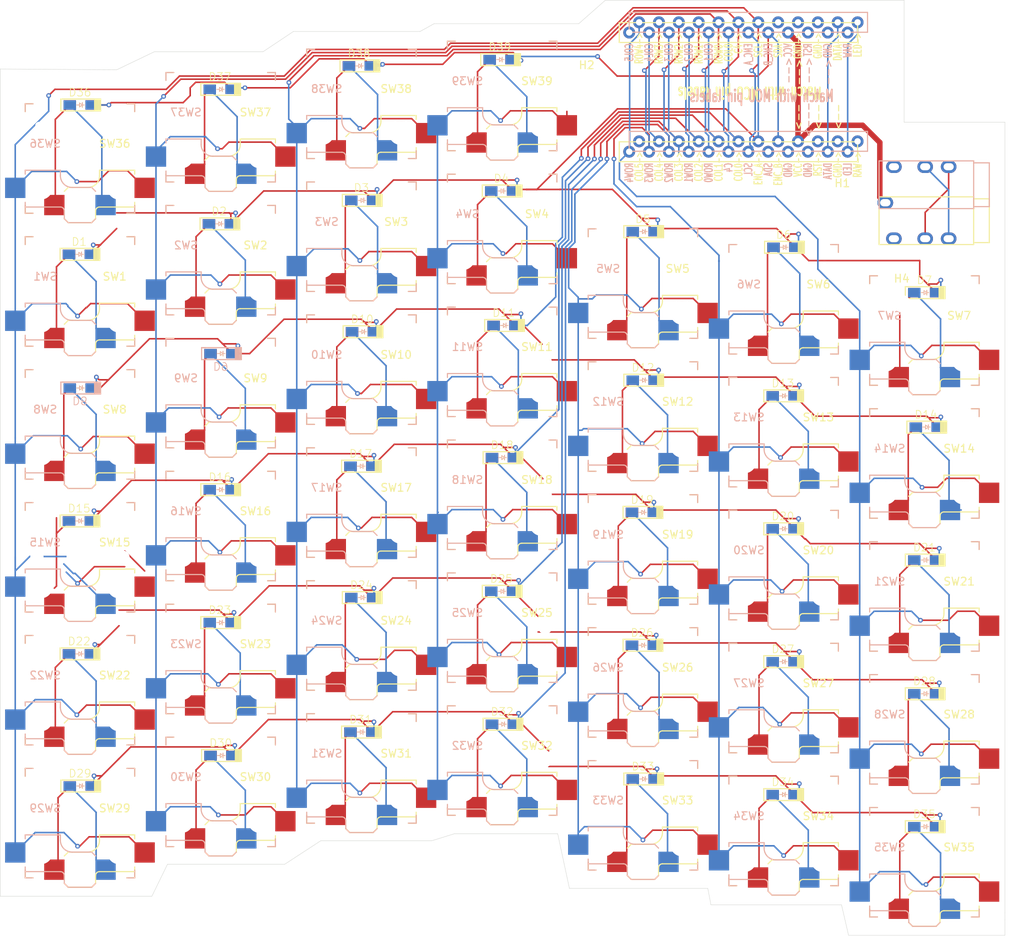
<source format=kicad_pcb>
(kicad_pcb (version 20240108) (generator "pcbnew") (generator_version "8.0")
  (layers (0 "F.Cu" signal) (31 "B.Cu" signal) (34 "B.Paste" user) (35 "F.Paste" user) (36 "B.SilkS" user "B.Silkscreen") (37 "F.SilkS" user "F.Silkscreen") (38 "B.Mask" user) (39 "F.Mask" user) (44 "Edge.Cuts" user))
  (net 0 "")
  (net 1 "/col1")
  (net 2 "Net-(D1-A)")
  (net 3 "/col2")
  (net 4 "/col3")
  (net 5 "Net-(D3-A)")
  (net 6 "/col4")
  (net 7 "Net-(D4-A)")
  (net 8 "/col5")
  (net 9 "Net-(D5-A)")
  (net 10 "Net-(D6-A)")
  (net 11 "/col6")
  (net 12 "Net-(D7-A)")
  (net 13 "/col7")
  (net 14 "Net-(D8-A)")
  (net 15 "Net-(D9-A)")
  (net 16 "Net-(D10-A)")
  (net 17 "Net-(D11-A)")
  (net 18 "Net-(D12-A)")
  (net 19 "Net-(D13-A)")
  (net 20 "Net-(D14-A)")
  (net 21 "Net-(D15-A)")
  (net 22 "Net-(D16-A)")
  (net 23 "Net-(D17-A)")
  (net 24 "Net-(D18-A)")
  (net 25 "Net-(D19-A)")
  (net 26 "Net-(D20-A)")
  (net 27 "Net-(D21-A)")
  (net 28 "Net-(D22-A)")
  (net 29 "Net-(D23-A)")
  (net 30 "Net-(D24-A)")
  (net 31 "Net-(D25-A)")
  (net 32 "Net-(D26-A)")
  (net 33 "Net-(D27-A)")
  (net 34 "Net-(D28-A)")
  (net 35 "Net-(D29-A)")
  (net 36 "Net-(D30-A)")
  (net 37 "Net-(D31-A)")
  (net 38 "Net-(D32-A)")
  (net 39 "Net-(D33-A)")
  (net 40 "Net-(D34-A)")
  (net 41 "Net-(D35-A)")
  (net 42 "Net-(D36-A)")
  (net 43 "Net-(D37-A)")
  (net 44 "Net-(D38-A)")
  (net 45 "Net-(D39-A)")
  (net 46 "tx")
  (net 47 "+3.3V")
  (net 48 "rx")
  (net 49 "GND")
  (net 50 "/row3")
  (net 51 "/row5")
  (net 52 "/row6")
  (net 53 "/row4")
  (net 54 "/row2")
  (net 60 "/row0")
  (net 63 "/row1")
  (net 65 "Net-(D2-K)")
  (footprint "vitter-kb:Kailh_socket_PG1350_reversible" (layer "F.Cu") (at 126.6 101.65)
    (property "Reference" "SW20")
    (property "Value" "SW_SPST")
  )
  (footprint "vitter-kb:Kailh_socket_PG1350_reversible" (layer "F.Cu") (at 54.6 62.65)
    (property "Reference" "SW2")
    (property "Value" "SW_SPST")
  )
  (footprint "vitter-kb:Kailh_socket_PG1350_reversible" (layer "F.Cu") (at 90.6 126.65)
    (property "Reference" "SW32")
    (property "Value" "SW_SPST")
  )
  (footprint "vitter-kb:Kailh_socket_PG1350_reversible" (layer "F.Cu") (at 126.6 118.65)
    (property "Reference" "SW27")
    (property "Value" "SW_SPST")
  )
  (footprint "vitter-kb:Kailh_socket_PG1350_reversible" (layer "F.Cu") (at 108.6 116.65)
    (property "Reference" "SW26")
    (property "Value" "SW_SPST")
  )
  (footprint "MountingHole:MountingHole_2.2mm_M2" (layer "F.Cu") (at 134.1 56)
    (property "Reference" "H1")
    (property "Value" "MountingHole")
  )
  (footprint "vitter-kb:Kailh_socket_PG1350_reversible" (layer "F.Cu") (at 108.6 133.65)
    (property "Reference" "SW33")
    (property "Value" "SW_SPST")
  )
  (footprint "vitter-kb:Kailh_socket_PG1350_reversible" (layer "F.Cu") (at 54.6 45.65)
    (property "Reference" "SW37")
    (property "Value" "SW_SPST")
  )
  (footprint "vitter-kb:Diode-SOD-123-FB" (layer "F.Cu") (at 90.5 105)
    (property "Reference" "D25")
    (property "Value" "1N4148")
  )
  (footprint "vitter-kb:Kailh_socket_PG1350_reversible" (layer "F.Cu") (at 72.6 93.65)
    (property "Reference" "SW17")
    (property "Value" "SW_SPST")
  )
  (footprint "vitter-kb:Diode-SOD-123-FB" (layer "F.Cu") (at 54.4 58)
    (property "Reference" "D2")
    (property "Value" "1N4148")
  )
  (footprint "vitter-kb:Kailh_socket_PG1350_reversible" (layer "F.Cu") (at 144.6 88.65)
    (property "Reference" "SW14")
    (property "Value" "SW_SPST")
  )
  (footprint "vitter-kb:Diode-SOD-123-FB" (layer "F.Cu") (at 126.6 61)
    (property "Reference" "D6")
    (property "Value" "1N4148")
  )
  (footprint "vitter-kb:Kailh_socket_PG1350_reversible" (layer "F.Cu") (at 90.6 41.65)
    (property "Reference" "SW39")
    (property "Value" "SW_SPST")
  )
  (footprint "vitter-kb:Kailh_socket_PG1350_reversible" (layer "F.Cu") (at 72.6 59.65)
    (property "Reference" "SW3")
    (property "Value" "SW_SPST")
  )
  (footprint "vitter-kb:Kailh_socket_PG1350_reversible" (layer "F.Cu") (at 54.6 130.65)
    (property "Reference" "SW30")
    (property "Value" "SW_SPST")
  )
  (footprint "vitter-kb:Diode-SOD-123-FB" (layer "F.Cu") (at 90.6 122)
    (property "Reference" "D32")
    (property "Value" "1N4148")
  )
  (footprint "vitter-kb:Diode-SOD-123-FB" (layer "F.Cu") (at 90.8 71)
    (property "Reference" "D11")
    (property "Value" "1N4148")
  )
  (footprint "vitter-kb:Diode-SOD-123-FB" (layer "F.Cu") (at 72.5 89)
    (property "Reference" "D17")
    (property "Value" "1N4148")
  )
  (footprint "vitter-kb:Diode-SOD-123-FB" (layer "F.Cu") (at 36.5 96)
    (property "Reference" "D15")
    (property "Value" "1N4148")
  )
  (footprint "vitter-kb:Diode-SOD-123-FB" (layer "F.Cu") (at 90.3 37)
    (property "Reference" "D39")
    (property "Value" "1N4148")
  )
  (footprint "vitter-kb:Diode-SOD-123-FB" (layer "F.Cu") (at 144.6 66.8)
    (property "Reference" "D7")
    (property "Value" "1N4148")
  )
  (footprint "vitter-kb:Diode-SOD-123-FB" (layer "F.Cu") (at 72.6 55)
    (property "Reference" "D3")
    (property "Value" "1N4148")
  )
  (footprint "vitter-kb:Diode-SOD-123-FB" (layer "F.Cu") (at 54.5 92)
    (property "Reference" "D16")
    (property "Value" "1N4148")
  )
  (footprint "vitter-kb:Kailh_socket_PG1350_reversible" (layer "F.Cu") (at 36.6 100.65)
    (property "Reference" "SW15")
    (property "Value" "SW_SPST")
  )
  (footprint "vitter-kb:Diode-SOD-123-FB" (layer "F.Cu") (at 108.5 111.9)
    (property "Reference" "D26")
    (property "Value" "1N4148")
  )
  (footprint "vitter-kb:Kailh_socket_PG1350_reversible" (layer "F.Cu") (at 54.6 113.65)
    (property "Reference" "SW23")
    (property "Value" "SW_SPST")
  )
  (footprint "vitter-kb:Diode-SOD-123-FB" (layer "F.Cu") (at 54.5 40.8)
    (property "Reference" "D37")
    (property "Value" "1N4148")
  )
  (footprint "vitter-kb:Diode-SOD-123-FB" (layer "F.Cu") (at 108.6 78)
    (property "Reference" "D12")
    (property "Value" "1N4148")
  )
  (footprint "vitter-kb:TRRS-PJ-320A" (layer "F.Cu") (at 150.9 57.6 -90)
    (property "Reference" "J1")
    (property "Value" "TRRS")
  )
  (footprint "vitter-kb:Diode-SOD-123-FB" (layer "F.Cu") (at 144.6 118.1)
    (property "Reference" "D28")
    (property "Value" "1N4148")
  )
  (footprint "vitter-kb:Kailh_socket_PG1350_reversible" (layer "F.Cu") (at 126.6 84.65)
    (property "Reference" "SW13")
    (property "Value" "SW_SPST")
  )
  (footprint "vitter-kb:Kailh_socket_PG1350_reversible" (layer "F.Cu") (at 90.6 92.65)
    (property "Reference" "SW18")
    (property "Value" "SW_SPST")
  )
  (footprint "vitter-kb:Diode-SOD-123-FB" (layer "F.Cu") (at 144.6 135.1)
    (property "Reference" "D35")
    (property "Value" "1N4148")
  )
  (footprint "vitter-kb:Diode-SOD-123-FB" (layer "F.Cu") (at 126.5 97)
    (property "Reference" "D20")
    (property "Value" "1N4148")
  )
  (footprint "vitter-kb:Diode-SOD-123-FB" (layer "F.Cu") (at 72.6 105.8)
    (property "Reference" "D24")
    (property "Value" "1N4148")
  )
  (footprint "vitter-kb:Diode-SOD-123-FB" (layer "F.Cu") (at 36.5 113)
    (property "Reference" "D22")
    (property "Value" "1N4148")
  )
  (footprint "vitter-kb:Diode-SOD-123-FB" (layer "F.Cu") (at 54.5 109)
    (property "Reference" "D23")
    (property "Value" "1N4148")
  )
  (footprint "vitter-kb:Diode-SOD-123-FB" (layer "F.Cu") (at 90.6 87.9)
    (property "Reference" "D18")
    (property "Value" "1N4148")
  )
  (footprint "vitter-kb:Diode-SOD-123-FB" (layer "F.Cu") (at 144.8 84)
    (property "Reference" "D14")
    (property "Value" "1N4148")
  )
  (footprint "vitter-kb:Diode-SOD-123-FB" (layer "F.Cu") (at 36.6 42.8)
    (property "Reference" "D36")
    (property "Value" "1N4148")
  )
  (footprint "vitter-kb:Kailh_socket_PG1350_reversible" (layer "F.Cu") (at 36.6 134.65)
    (property "Reference" "SW29")
    (property "Value" "SW_SPST")
  )
  (footprint "vitter-kb:Diode-SOD-123-FB" (layer "F.Cu") (at 72.5 123)
    (property "Reference" "D31")
    (property "Value" "1N4148")
  )
  (footprint "vitter-kb:Kailh_socket_PG1350_reversible" (layer "F.Cu") (at 72.6 110.65)
    (property "Reference" "SW24")
    (property "Value" "SW_SPST")
  )
  (footprint "vitter-kb:Kailh_socket_PG1350_reversible" (layer "F.Cu") (at 144.6 71.65)
    (property "Reference" "SW7")
    (property "Value" "SW_SPST")
  )
  (footprint "vitter-kb:Kailh_socket_PG1350_reversible" (layer "F.Cu") (at 90.6 109.65)
    (property "Reference" "SW25")
    (property "Value" "SW_SPST")
  )
  (footprint "vitter-kb:Kailh_socket_PG1350_reversible" (layer "F.Cu") (at 108.6 82.65)
    (property "Reference" "SW12")
    (property "Value" "SW_SPST")
  )
  (footprint "vitter-kb:Kailh_socket_PG1350_reversible" (layer "F.Cu") (at 90.6 58.65)
    (property "Reference" "SW4")
    (property "Value" "SW_SPST")
  )
  (footprint "vitter-kb:Kailh_socket_PG1350_reversible" (layer "F.Cu") (at 54.6 79.65)
    (property "Reference" "SW9")
    (property "Value" "SW_SPST")
  )
  (footprint "vitter-kb:Diode-SOD-123-FB" (layer "F.Cu") (at 126.5 131)
    (property "Reference" "D34")
    (property "Value" "1N4148")
  )
  (footprint "vitter-kb:Kailh_socket_PG1350_reversible" (layer "F.Cu") (at 36.6 83.65)
    (property "Reference" "SW8")
    (property "Value" "SW_SPST")
  )
  (footprint "vitter-kb:Kailh_socket_PG1350_reversible" (layer "F.Cu") (at 72.6 42.65)
    (property "Reference" "SW38")
    (property "Value" "SW_SPST")
  )
  (footprint "vitter-kb:Kailh_socket_PG1350_reversible" (layer "F.Cu") (at 144.6 122.65)
    (property "Reference" "SW28")
    (property "Value" "SW_SPST")
  )
  (footprint "vitter-kb:Diode-SOD-123-FB" (layer "F.Cu") (at 108.6 59)
    (property "Reference" "D5")
    (property "Value" "1N4148")
  )
  (footprint "vitter-kb:Kailh_socket_PG1350_reversible" (layer "F.Cu") (at 36.6 117.65)
    (property "Reference" "SW22")
    (property "Value" "SW_SPST")
  )
  (footprint "vitter-kb:Diode-SOD-123-FB" (layer "F.Cu") (at 126.5 80)
    (property "Reference" "D13")
    (property "Value" "1N4148")
  )
  (footprint "vitter-kb:Diode-SOD-123-FB" (layer "F.Cu") (at 144.6 101)
    (property "Reference" "D21")
    (property "Value" "1N4148")
  )
  (footprint "vitter-kb:Diode-SOD-123-FB" (layer "F.Cu") (at 36.6 129.9)
    (property "Reference" "D29")
    (property "Value" "1N4148")
  )
  (footprint "MountingHole:MountingHole_2.2mm_M2" (layer "F.Cu") (at 141.7 68.2)
    (property "Reference" "H4")
    (property "Value" "MountingHole")
  )
  (footprint "vitter-kb:Kailh_socket_PG1350_reversible" (layer "F.Cu") (at 36.6 66.65)
    (property "Reference" "SW1")
    (property "Value" "SW_SPST")
  )
  (footprint "vitter-kb:Diode-SOD-123-FB" (layer "F.Cu") (at 108.5 94.9)
    (property "Reference" "D19")
    (property "Value" "1N4148")
  )
  (footprint "vitter-kb:Kailh_socket_PG1350_reversible" (layer "F.Cu") (at 72.6 76.65)
    (property "Reference" "SW10")
    (property "Value" "SW_SPST")
  )
  (footprint "vitter-kb:Kailh_socket_PG1350_reversible" (layer "F.Cu") (at 36.6 49.65)
    (property "Reference" "SW36")
    (property "Value" "SW_SPST")
  )
  (footprint "vitter-kb:Diode-SOD-123-FB" (layer "F.Cu") (at 72.3 37.8)
    (property "Reference" "D38")
    (property "Value" "1N4148")
  )
  (footprint "vitter-kb:Kailh_socket_PG1350_reversible" (layer "F.Cu") (at 108.6 65.65)
    (property "Reference" "SW5")
    (property "Value" "SW_SPST")
  )
  (footprint "MountingHole:MountingHole_2.2mm_M2" (layer "F.Cu") (at 101.4 40.9)
    (property "Reference" "H2")
    (property "Value" "MountingHole")
  )
  (footprint "vitter-kb:Kailh_socket_PG1350_reversible" (layer "F.Cu") (at 72.6 127.65)
    (property "Reference" "SW31")
    (property "Value" "SW_SPST")
  )
  (footprint "vitter-kb:Kailh_socket_PG1350_reversible" (layer "F.Cu") (at 126.6 135.65)
    (property "Reference" "SW34")
    (property "Value" "SW_SPST")
  )
  (footprint "vitter-kb:Diode-SOD-123-FB" (layer "F.Cu") (at 72.7 71.8)
    (property "Reference" "D10")
    (property "Value" "1N4148")
  )
  (footprint "vitter-kb:Kailh_socket_PG1350_reversible" (layer "F.Cu") (at 126.6 67.65)
    (property "Reference" "SW6")
    (property "Value" "SW_SPST")
  )
  (footprint "vitter-kb:Diode-SOD-123-FB" (layer "F.Cu") (at 54.6 126)
    (property "Reference" "D30")
    (property "Value" "1N4148")
  )
  (footprint "vitter-kb:Kailh_socket_PG1350_reversible" (layer "F.Cu") (at 90.6 75.65)
    (property "Reference" "SW11")
    (property "Value" "SW_SPST")
  )
  (footprint "vitter-kb:Diode-SOD-123-FB" (layer "F.Cu") (at 108.6 129)
    (property "Reference" "D33")
    (property "Value" "1N4148")
  )
  (footprint "vitter-kb:Kailh_socket_PG1350_reversible" (layer "F.Cu") (at 108.6 99.65)
    (property "Reference" "SW19")
    (property "Value" "SW_SPST")
  )
  (footprint "vitter-kb:Diode-SOD-123-FB" (layer "F.Cu") (at 90.5 53.8)
    (property "Reference" "D4")
    (property "Value" "1N4148")
  )
  (footprint "vitter-kb:Diode-SOD-123-FB" (layer "F.Cu") (at 36.5 61.9)
    (property "Reference" "D1")
    (property "Value" "1N4148")
  )
  (footprint "vitter-kb:Kailh_socket_PG1350_reversible" (layer "F.Cu") (at 144.6 139.65)
    (property "Reference" "SW35")
    (property "Value" "SW_SPST")
  )
  (footprint "vitter-kb:Kailh_socket_PG1350_reversible" (layer "F.Cu") (at 54.6 96.65)
    (property "Reference" "SW16")
    (property "Value" "SW_SPST")
  )
  (footprint "vitter-kb:Diode-SOD-123-FB" (layer "F.Cu") (at 126.5 114)
    (property "Reference" "D27")
    (property "Value" "1N4148")
  )
  (footprint "vitter-kb:Kailh_socket_PG1350_reversible" (layer "F.Cu") (at 144.6 105.65)
    (property "Reference" "SW21")
    (property "Value" "SW_SPST")
  )
  (footprint "vitter-kb:TRRS-PJ-320A" (layer "B.Cu") (at 150.9 53 90)
    (property "Reference" "J2")
    (property "Value" "TRRS")
  )
  (footprint "vitter-kb:ProMicro_v2" (layer "B.Cu") (at 121.5765 39.8875 90)
    (property "Reference" "U1" (hide yes))
    (property "Value" "ProMicro_r" (hide yes))
  )
  (footprint "vitter-kb:Diode-SOD-123-FB" (layer "B.Cu") (at 36.6 79)
    (property "Reference" "D8")
    (property "Value" "1N4148")
  )
  (footprint "vitter-kb:Diode-SOD-123-FB" (layer "B.Cu") (at 54.6 74.6)
    (property "Reference" "D9")
    (property "Value" "1N4148")
  )
  (gr_line (start 100.4 32.4) (end 81.9 32.4) (stroke (width 0.05)) (layer "Edge.Cuts"))
  (gr_line (start 26.4 38.2) (end 26.4 144) (stroke (width 0.05)) (layer "Edge.Cuts"))
  (gr_line (start 63.9 33.4) (end 60 36) (stroke (width 0.05)) (layer "Edge.Cuts"))
  (gr_line (start 103.8 29.4) (end 142 29.4) (stroke (width 0.05)) (layer "Edge.Cuts"))
  (gr_line (start 154.9 45) (end 142 45) (stroke (width 0.05)) (layer "Edge.Cuts"))
  (gr_line (start 81.9 32.4) (end 80.1 33.4) (stroke (width 0.05)) (layer "Edge.Cuts"))
  (gr_line (start 103.8 29.4) (end 100.4 32.4) (stroke (width 0.05)) (layer "Edge.Cuts"))
  (gr_line (start 67.4 136.9) (end 81.6 136.9) (stroke (width 0.05)) (layer "Edge.Cuts"))
  (gr_line (start 81.6 136.9) (end 84.5 136) (stroke (width 0.05)) (layer "Edge.Cuts"))
  (gr_line (start 154.9 147) (end 154.9 146.1) (stroke (width 0.05)) (layer "Edge.Cuts"))
  (gr_line (start 134.9 149) (end 154.9 149) (stroke (width 0.05)) (layer "Edge.Cuts"))
  (gr_line (start 46.1 36) (end 41.3 38.3) (stroke (width 0.05)) (layer "Edge.Cuts"))
  (gr_line (start 60 36) (end 46.1 36) (stroke (width 0.05)) (layer "Edge.Cuts"))
  (gr_line (start 84.5 136) (end 97.7 136) (stroke (width 0.05)) (layer "Edge.Cuts"))
  (gr_line (start 154.9 149) (end 154.9 147) (stroke (width 0.05)) (layer "Edge.Cuts"))
  (gr_line (start 47.8 139.9) (end 62.8 139.9) (stroke (width 0.05)) (layer "Edge.Cuts"))
  (gr_line (start 45.8 144) (end 47.8 139.9) (stroke (width 0.05)) (layer "Edge.Cuts"))
  (gr_line (start 99.2 143) (end 116.9 143) (stroke (width 0.05)) (layer "Edge.Cuts"))
  (gr_line (start 62.8 139.9) (end 67.4 136.9) (stroke (width 0.05)) (layer "Edge.Cuts"))
  (gr_line (start 41.3 38.3) (end 26.4 38.2) (stroke (width 0.05)) (layer "Edge.Cuts"))
  (gr_line (start 116.9 143) (end 117.3 145.1) (stroke (width 0.05)) (layer "Edge.Cuts"))
  (gr_line (start 117.3 145.1) (end 134 145.1) (stroke (width 0.05)) (layer "Edge.Cuts"))
  (gr_line (start 142 29.4) (end 142 45) (stroke (width 0.05)) (layer "Edge.Cuts"))
  (gr_line (start 26.4 144) (end 45.8 144) (stroke (width 0.05)) (layer "Edge.Cuts"))
  (gr_line (start 80.1 33.4) (end 63.9 33.4) (stroke (width 0.05)) (layer "Edge.Cuts"))
  (gr_line (start 134 145.1) (end 134.9 149) (stroke (width 0.05)) (layer "Edge.Cuts"))
  (gr_line (start 97.7 136) (end 99.2 143) (stroke (width 0.05)) (layer "Edge.Cuts"))
  (gr_line (start 154.9 146.1) (end 154.9 45) (stroke (width 0.05)) (layer "Edge.Cuts"))
  (segment (start 38.3 85.2) (end 42.675 85.2) (width 0.2) (layer "F.Cu") (net 1))
  (segment (start 49.334314 39.1) (end 62.737255 39.1) (width 0.2) (layer "F.Cu") (net 1))
  (segment (start 102.812333 34.9) (end 107.343233 30.3691) (width 0.2) (layer "F.Cu") (net 1))
  (segment (start 36.7 86.8) (end 38.3 85.2) (width 0.2) (layer "F.Cu") (net 1))
  (segment (start 43.025 119.55) (end 44.875 121.4) (width 0.2) (layer "F.Cu") (net 1))
  (segment (start 42.675 85.2) (end 44.875 87.4) (width 0.2) (layer "F.Cu") (net 1))
  (segment (start 36.3 137.6) (end 36.569644 137.6) (width 0.2) (layer "F.Cu") (net 1))
  (segment (start 36.3 104) (end 38.4491 101.8509) (width 0.2) (layer "F.Cu") (net 1))
  (segment (start 36.1 135.9) (end 37.45 134.55) (width 0.2) (layer "F.Cu") (net 1))
  (segment (start 42.875 136.4) (end 44.875 138.4) (width 0.2) (layer "F.Cu") (net 1))
  (segment (start 36.2 120.8) (end 37.45 119.55) (width 0.2) (layer "F.Cu") (net 1))
  (segment (start 37.769644 136.4) (end 42.875 136.4) (width 0.2) (layer "F.Cu") (net 1))
  (segment (start 32.6 41.6) (end 33.4 40.8) (width 0.2) (layer "F.Cu") (net 1))
  (segment (start 47.634314 40.8) (end 49.334314 39.1) (width 0.2) (layer "F.Cu") (net 1))
  (segment (start 84.002942 34.9) (end 102.812333 34.9) (width 0.2) (layer "F.Cu") (net 1))
  (segment (start 38.9 52.6) (end 40.3 51.2) (width 0.2) (layer "F.Cu") (net 1))
  (segment (start 42.675 68.2) (end 37.969644 68.2) (width 0.2) (layer "F.Cu") (net 1))
  (segment (start 83.202942 35.7) (end 84.002942 34.9) (width 0.2) (layer "F.Cu") (net 1))
  (segment (start 37.969644 68.2) (end 37.455144 68.7145) (width 0.2) (layer "F.Cu") (net 1))
  (segment (start 121.4925 30.3691) (end 123.3545 32.2311) (width 0.2) (layer "F.Cu") (net 1))
  (segment (start 37.3855 68.7145) (end 36.3 69.8) (width 0.2) (layer "F.Cu") (net 1))
  (segment (start 37.455144 68.7145) (end 37.3855 68.7145) (width 0.2) (layer "F.Cu") (net 1))
  (segment (start 107.343233 30.3691) (end 121.4925 30.3691) (width 0.2) (layer "F.Cu") (net 1))
  (segment (start 33.4 40.8) (end 47.634314 40.8) (width 0.2) (layer "F.Cu") (net 1))
  (segment (start 37.45 119.55) (end 43.025 119.55) (width 0.2) (layer "F.Cu") (net 1))
  (segment (start 36.2 52.6) (end 38.9 52.6) (width 0.2) (layer "F.Cu") (net 1))
  (segment (start 62.737255 39.1) (end 66.137255 35.7) (width 0.2) (layer "F.Cu") (net 1))
  (segment (start 42.3259 99.8509) (end 44.875 102.4) (width 0.2) (layer "F.Cu") (net 1))
  (segment (start 36.569644 137.6) (end 37.769644 136.4) (width 0.2) (layer "F.Cu") (net 1))
  (segment (start 40.3 51.2) (end 42.675 51.2) (width 0.2) (layer "F.Cu") (net 1))
  (segment (start 123.3545 37.5455) (end 123.3545 32.2311) (width 0.2) (layer "F.Cu") (net 1))
  (segment (start 44.875 70.4) (end 42.675 68.2) (width 0.2) (layer "F.Cu") (net 1))
  (segment (start 66.137255 35.7) (end 83.202942 35.7) (width 0.2) (layer "F.Cu") (net 1))
  (segment (start 38.4491 101.8509) (end 42.3259 101.8509) (width 0.2) (layer "F.Cu") (net 1))
  (segment (start 122.5 38.4) (end 123.3545 37.5455) (width 0.2) (layer "F.Cu") (net 1))
  (segment (start 42.675 51.2) (end 44.875 53.4) (width 0.2) (layer "F.Cu") (net 1))
  (via (at 36.3 104) (size 0.6) (drill 0.3) (layers "F.Cu" "B.Cu") (net 1))
  (via (at 36.2 52.6) (size 0.6) (drill 0.3) (layers "F.Cu" "B.Cu") (net 1))
  (via (at 122.5 38.4) (size 0.6) (drill 0.3) (layers "F.Cu" "B.Cu") (net 1))
  (via (at 36.2 120.8) (size 0.6) (drill 0.3) (layers "F.Cu" "B.Cu") (net 1))
  (via (at 36.3 69.8) (size 0.6) (drill 0.3) (layers "F.Cu" "B.Cu") (net 1))
  (via (at 36.7 86.8) (size 0.6) (drill 0.3) (layers "F.Cu" "B.Cu") (net 1))
  (via (at 32.6 41.6) (size 0.6) (drill 0.3) (layers "F.Cu" "B.Cu") (net 1))
  (via (at 36.3 137.6) (size 0.6) (drill 0.3) (layers "F.Cu" "B.Cu") (net 1))
  (segment (start 28.325 138.4) (end 28.325 119.4) (width 0.2) (layer "B.Cu") (net 1))
  (segment (start 28.325 47.875) (end 28.325 51.4) (width 0.2) (layer "B.Cu") (net 1))
  (segment (start 28.325 102.4) (end 30.175 100.55) (width 0.2) (layer "B.Cu") (net 1))
  (segment (start 31.4 85.1) (end 35 85.1) (width 0.2) (layer "B.Cu") (net 1))
  (segment (start 34.2509 118.8509) (end 36.2 120.8) (width 0.2) (layer "B.Cu") (net 1))
  (segment (start 28.325 87.4) (end 30.625 85.1) (width 0.2) (layer "B.Cu") (net 1))
  (segment (start 35.05 68.55) (end 36.3 69.8) (width 0.2) (layer "B.Cu") (net 1))
  (segment (start 122.2925 47.011205) (end 122.9545 46.349205) (width 0.2) (layer "B.Cu") (net 1))
  (segment (start 28.325 138.4) (end 30.8741 135.8509) (width 0.2) (layer "B.Cu") (net 1))
  (segment (start 30.175 100.55) (end 34.85 100.55) (width 0.2) (layer "B.Cu") (net 1))
  (segment (start 28.325 53.4) (end 30.425 51.3) (width 0.2) (layer "B.Cu") (net 1))
  (segment (start 30.525 68.2) (end 34.8 68.2) (width 0.2) (layer "B.Cu") (net 1))
  (segment (start 30.8741 135.8509) (end 34.5509 135.8509) (width 0.2) (layer "B.Cu") (net 1))
  (segment (start 34.5509 135.8509) (end 36.3 137.6) (width 0.2) (layer "B.Cu") (net 1))
  (segment (start 32.6 41.6) (end 32.6 43.6) (width 0.2) (layer "B.Cu") (net 1))
  (segment (start 30.425 51.3) (end 34.9 51.3) (width 0.2) (layer "B.Cu") (net 1))
  (segment (start 122.0845 48.7775) (end 122.631753 48.230247) (width 0.2) (layer "B.Cu") (net 1))
  (segment (start 28.325 85.4) (end 28.325 85.325) (width 0.2) (layer "B.Cu") (net 1))
  (segment (start 28.325 70.4) (end 30.525 68.2) (width 0.2) (layer "B.Cu") (net 1))
  (segment (start 28.325 51.4) (end 28.325 68.4) (width 0.2) (layer "B.Cu") (net 1))
  (segment (start 28.325 121.4) (end 30.8741 118.8509) (width 0.2) (layer "B.Cu") (net 1))
  (segment (start 122.631753 48.230247) (end 122.2925 47.890995) (width 0.2) (layer "B.Cu") (net 1))
  (segment (start 28.325 100.6) (end 28.325 119.4) (width 0.2) (layer "B.Cu") (net 1))
  (segment (start 35 85.1) (end 36.7 86.8) (width 0.2) (layer "B.Cu") (net 1))
  (segment (start 28.325 100.6) (end 28.325 102.4) (width 0.2) (layer "B.Cu") (net 1))
  (segment (start 35.05 68.45) (end 35.05 68.55) (width 0.2) (layer "B.Cu") (net 1))
  (segment (start 28.325 68.4) (end 28.325 85.4) (width 0.2) (layer "B.Cu") (net 1))
  (segment (start 122.9545 38.8545) (end 122.5 38.4) (width 0.2) (layer "B.Cu") (net 1))
  (segment (start 32.6 43.6) (end 28.325 47.875) (width 0.2) (layer "B.Cu") (net 1))
  (segment (start 30.625 85.1) (end 31.4 85.1) (width 0.2) (layer "B.Cu") (net 1))
  (segment (start 28.325 85.4) (end 28.325 100.6) (width 0.2) (layer "B.Cu") (net 1))
  (segment (start 34.85 102.55) (end 36.3 104) (width 0.2) (layer "B.Cu") (net 1))
  (segment (start 122.9545 46.349205) (end 122.9545 38.8545) (width 0.2) (layer "B.Cu") (net 1))
  (segment (start 30.8741 118.8509) (end 34.2509 118.8509) (width 0.2) (layer "B.Cu") (net 1))
  (segment (start 122.2925 47.890995) (end 122.2925 47.011205) (width 0.2) (layer "B.Cu") (net 1))
  (segment (start 34.9 51.3) (end 36.2 52.6) (width 0.2) (layer "B.Cu") (net 1))
  (segment (start 34.8 68.2) (end 35.05 68.45) (width 0.2) (layer "B.Cu") (net 1))
  (segment (start 33.6 63.5) (end 34.5355 62.5645) (width 0.2) (layer "F.Cu") (net 2))
  (segment (start 34.5355 62.5645) (end 35.2 61.9) (width 0.2) (layer "F.Cu") (net 2))
  (segment (start 33.325 72.6) (end 33.6 72.325) (width 0.2) (layer "F.Cu") (net 2))
  (segment (start 33.6 72.325) (end 33.6 63.5) (width 0.2) (layer "F.Cu") (net 2))
  (segment (start 39.875 72.6) (end 38.6645 71.3895) (width 0.2) (layer "B.Cu") (net 2))
  (segment (start 38.6645 65.3645) (end 35.2 61.9) (width 0.2) (layer "B.Cu") (net 2))
  (segment (start 38.6645 71.3895) (end 38.6645 65.3645) (width 0.2) (layer "B.Cu") (net 2))
  (segment (start 84.168628 35.3) (end 102.978019 35.3) (width 0.2) (layer "F.Cu") (net 3))
  (segment (start 61.025 47.55) (end 62.875 49.4) (width 0.2) (layer "F.Cu") (net 3))
  (segment (start 55.65 115.55) (end 61.025 115.55) (width 0.2) (layer "F.Cu") (net 3))
  (segment (start 57.783705 133.6) (end 58.833705 132.55) (width 0.2) (layer "F.Cu") (net 3))
  (segment (start 54.8 48.4) (end 55.65 47.55) (width 0.2) (layer "F.Cu") (net 3))
  (segment (start 66.302941 36.1) (end 83.368628 36.1) (width 0.2) (layer "F.Cu") (net 3))
  (segment (start 55.95 98.55) (end 61.025 98.55) (width 0.2) (layer "F.Cu") (net 3))
  (segment (start 58.833705 132.55) (end 61.025 132.55) (width 0.2) (layer "F.Cu") (net 3))
  (segment (start 54.4 82.7) (end 55.55 81.55) (width 0.2) (layer "F.Cu") (net 3))
  (segment (start 119.3525 30.7691) (end 120.8145 32.2311) (width 0.2) (layer "F.Cu") (net 3))
  (segment (start 61.025 64.55) (end 55.65 64.55) (width 0.2) (layer "F.Cu") (net 3))
  (segment (start 61.025 115.55) (end 62.875 117.4) (width 0.2) (layer "F.Cu") (net 3))
  (segment (start 62.875 66.4) (end 61.025 64.55) (width 0.2) (layer "F.Cu") (net 3))
  (segment (start 118.9445 38.5) (end 120.8145 36.63) (width 0.2) (layer "F.Cu") (net 3))
  (segment (start 55.65 64.55) (end 54.5 65.7) (width 0.2) (layer "F.Cu") (net 3))
  (segment (start 55.55 81.55) (end 61.025 81.55) (width 0.2) (layer "F.Cu") (net 3))
  (segment (start 61.025 81.55) (end 62.875 83.4) (width 0.2) (layer "F.Cu") (net 3))
  (segment (start 83.368628 36.1) (end 84.168628 35.3) (width 0.2) (layer "F.Cu") (net 3))
  (segment (start 47.3 41.7) (end 49.5 39.5) (width 0.2) (layer "F.Cu") (net 3))
  (segment (start 54.3 116.9) (end 55.65 115.55) (width 0.2) (layer "F.Cu") (net 3))
  (segment (start 102.978019 35.3) (end 107.508919 30.7691) (width 0.2) (layer "F.Cu") (net 3))
  (segment (start 61.025 132.55) (end 62.875 134.4) (width 0.2) (layer "F.Cu") (net 3))
  (segment (start 54.5 100) (end 55.95 98.55) (width 0.2) (layer "F.Cu") (net 3))
  (segment (start 54.3 133.6) (end 57.783705 133.6) (width 0.2) (layer "F.Cu") (net 3))
  (segment (start 120.8145 36.63) (end 120.8145 32.2311) (width 0.2) (layer "F.Cu") (net 3))
  (segment (start 55.65 47.55) (end 61.025 47.55) (width 0.2) (layer "F.Cu") (net 3))
  (segment (start 62.902941 39.5) (end 66.302941 36.1) (width 0.2) (layer "F.Cu") (net 3))
  (segment (start 107.508919 30.7691) (end 119.3525 30.7691) (width 0.2) (layer "F.Cu") (net 3))
  (segment (start 49.5 39.5) (end 62.902941 39.5) (width 0.2) (layer "F.Cu") (net 3))
  (segment (start 54.2 48.4) (end 54.8 48.4) (width 0.2) (layer "F.Cu") (net 3))
  (segment (start 61.025 98.55) (end 62.875 100.4) (width 0.2) (layer "F.Cu") (net 3))
  (via (at 54.5 100) (size 0.6) (drill 0.3) (layers "F.Cu" "B.Cu") (net 3))
  (via (at 54.3 116.9) (size 0.6) (drill 0.3) (layers "F.Cu" "B.Cu") (net 3))
  (via (at 118.9445 38.5) (size 0.6) (drill 0.3) (layers "F.Cu" "B.Cu") (net 3))
  (via (at 47.3 41.7) (size 0.6) (drill 0.3) (layers "F.Cu" "B.Cu") (net 3))
  (via (at 54.5 65.7) (size 0.6) (drill 0.3) (layers "F.Cu" "B.Cu") (net 3))
  (via (at 54.2 48.4) (size 0.6) (drill 0.3) (layers "F.Cu" "B.Cu") (net 3))
  (via (at 54.3 133.6) (size 0.6) (drill 0.3) (layers "F.Cu" "B.Cu") (net 3))
  (via (at 54.4 82.7) (size 0.6) (drill 0.3) (layers "F.Cu" "B.Cu") (net 3))
  (segment (start 52.6509 46.8509) (end 54.2 48.4) (width 0.2) (layer "B.Cu") (net 3))
  (segment (start 46.325 83.4) (end 46.325 83.175) (width 0.2) (layer "B.Cu") (net 3))
  (segment (start 46.325 66.4) (end 46.325 83.4) (width 0.2) (layer "B.Cu") (net 3))
  (segment (start 46 49) (end 48.1491 46.8509) (width 0.2) (layer "B.Cu") (net 3))
  (segment (start 46.325 66.4) (end 48.175 64.55) (width 0.2) (layer "B.Cu") (net 3))
  (segment (start 119.5445 46.746786) (end 119.5445 48.7775) (width 0.2) (layer "B.Cu") (net 3))
  (segment (start 118.9445 38.5) (end 118.9445 46.146786) (width 0.2) (layer "B.Cu") (net 3))
  (segment (start 46.325 100.4) (end 46.325 117.4) (width 0.2) (layer "B.Cu") (net 3))
  (segment (start 53.25 81.55) (end 54.4 82.7) (width 0.2) (layer "B.Cu") (net 3))
  (segment (start 46.325 117.4) (end 48.175 115.55) (width 0.2) (layer "B.Cu") (net 3))
  (segment (start 48.175 98.55) (end 53.05 98.55) (width 0.2) (layer "B.Cu") (net 3))
  (segment (start 47.95 81.55) (end 53.25 81.55) (width 0.2) (layer "B.Cu") (net 3))
  (segment (start 48.175 115.55) (end 52.95 115.55) (width 0.2) (layer "B.Cu") (net 3))
  (segment (start 46.325 83.175) (end 46.5 83) (width 0.2) (layer "B.Cu") (net 3))
  (segment (start 46.325 117.4) (end 46.325 134.4) (width 0.2) (layer "B.Cu") (net 3))
  (segment (start 53.25 132.55) (end 54.3 133.6) (width 0.2) (layer "B.Cu") (net 3))
  (segment (start 53.05 98.55) (end 54.5 100) (width 0.2) (layer "B.Cu") (net 3))
  (segment (start 47.3 41.7) (end 46.325 42.675) (width 0.2) (layer "B.Cu") (net 3))
  (segment (start 46.325 100.4) (end 48.175 98.55) (width 0.2) (layer "B.Cu") (net 3))
  (segment (start 48.1491 46.8509) (end 52.6509 46.8509) (width 0.2) (layer "B.Cu") (net 3))
  (segment (start 46.325 83.4) (end 46.325 100.4) (width 0.2) (layer "B.Cu") (net 3))
  (segment (start 46.325 49.4) (end 46.325 49.325) (width 0.2) (layer "B.Cu") (net 3))
  (segment (start 53.35 64.55) (end 54.5 65.7) (width 0.2) (layer "B.Cu") (net 3))
  (segment (start 46.325 42.675) (end 46.325 49.4) (width 0.2) (layer "B.Cu") (net 3))
  (segment (start 46.5 83) (end 47.95 81.55) (width 0.2) (layer "B.Cu") (net 3))
  (segment (start 52.95 115.55) (end 54.3 116.9) (width 0.2) (layer "B.Cu") (net 3))
  (segment (start 48.175 64.55) (end 53.35 64.55) (width 0.2) (layer "B.Cu") (net 3))
  (segment (start 46.325 134.4) (end 48.175 132.55) (width 0.2) (layer "B.Cu") (net 3))
  (segment (start 48.175 132.55) (end 53.25 132.55) (width 0.2) (layer "B.Cu") (net 3))
  (segment (start 46.325 49.4) (end 46.325 66.4) (width 0.2) (layer "B.Cu") (net 3))
  (segment (start 46.325 49.325) (end 46 49) (width 0.2) (layer "B.Cu") (net 3))
  (segment (start 118.9445 46.146786) (end 119.5445 46.746786) (width 0.2) (layer "B.Cu") (net 3))
  (segment (start 66.525 36.5) (end 83.534314 36.5) (width 0.2) (layer "F.Cu") (net 4))
  (segment (start 72.2 96.9) (end 72.6 96.9) (width 0.2) (layer "F.Cu") (net 4))
  (segment (start 79.025 44.55) (end 80.875 46.4) (width 0.2) (layer "F.Cu") (net 4))
  (segment (start 73.55 61.55) (end 79.025 61.55) (width 0.2) (layer "F.Cu") (net 4))
  (segment (start 103.143705 35.7) (end 107.674605 31.1691) (width 0.2) (layer "F.Cu") (net 4))
  (segment (start 72.4 62.7) (end 73.55 61.55) (width 0.2) (layer "F.Cu") (net 4))
  (segment (start 72.4 45.8) (end 73 45.8) (width 0.2) (layer "F.Cu") (net 4))
  (segment (start 116.4 38.4) (end 118.2745 36.5255) (width 0.2) (layer "F.Cu") (net 4))
  (segment (start 83.534314 36.5) (end 84.334314 35.7) (width 0.2) (layer "F.Cu") (net 4))
  (segment (start 84.334314 35.7) (end 103.143705 35.7) (width 0.2) (layer "F.Cu") (net 4))
  (segment (start 79.025 129.55) (end 80.875 131.4) (width 0.2) (layer "F.Cu") (net 4))
  (segment (start 75.683705 113.7) (end 76.833705 112.55) (width 0.2) (layer "F.Cu") (net 4))
  (segment (start 117.2125 31.1691) (end 118.2745 32.2311) (width 0.2) (layer "F.Cu") (net 4))
  (segment (start 72 113.7) (end 75.683705 113.7) (width 0.2) (layer "F.Cu") (net 4))
  (segment (start 63.323385 39.928085) (end 63.323385 39.701615) (width 0.2) (layer "F.Cu") (net 4))
  (segment (start 72.6 79.7) (end 73.75 78.55) (width 0.2) (layer "F.Cu") (net 4))
  (segment (start 76.833705 112.55) (end 79.025 112.55) (width 0.2) (layer "F.Cu") (net 4))
  (segment (start 72.6 96.9) (end 73.95 95.55) (width 0.2) (layer "F.Cu") (net 4))
  (segment (start 74.25 44.55) (end 79.025 44.55) (width 0.2) (layer "F.Cu") (net 4))
  (segment (start 79.025 61.55) (end 80.875 63.4) (width 0.2) (layer "F.Cu") (net 4))
  (segment (start 72.1 79.7) (end 72.6 79.7) (width 0.2) (layer "F.Cu") (net 4))
  (segment (start 118.2745 36.5255) (end 118.2745 32.2311) (width 0.2) (layer "F.Cu") (net 4))
  (segment (start 72.4 130.8) (end 73.65 129.55) (width 0.2) (layer "F.Cu") (net 4))
  (segment (start 73 45.8) (end 74.25 44.55) (width 0.2) (layer "F.Cu") (net 4))
  (segment (start 73.75 78.55) (end 79.025 78.55) (width 0.2) (layer "F.Cu") (net 4))
  (segment (start 73.95 95.55) (end 79.025 95.55) (width 0.2) (layer "F.Cu") (net 4))
  (segment (start 79.025 112.55) (end 80.875 114.4) (width 0.2) (layer "F.Cu") (net 4))
  (segment (start 79.025 78.55) (end 80.875 80.4) (width 0.2) (layer "F.Cu") (net 4))
  (segment (start 79.025 95.55) (end 80.875 97.4) (width 0.2) (layer "F.Cu") (net 4))
  (segment (start 107.674605 31.1691) (end 117.2125 31.1691) (width 0.2) (layer "F.Cu") (net 4))
  (segment (start 63.323385 39.701615) (end 66.525 36.5) (width 0.2) (layer "F.Cu") (net 4))
  (segment (start 73.65 129.55) (end 79.025 129.55) (width 0.2) (layer "F.Cu") (net 4))
  (via (at 72 113.7) (size 0.6) (drill 0.3) (layers "F.Cu" "B.Cu") (net 4))
  (via (at 72.1 79.7) (size 0.6) (drill 0.3) (layers "F.Cu" "B.Cu") (net 4))
  (via (at 72.2 96.9) (size 0.6) (drill 0.3) (layers "F.Cu" "B.Cu") (net 4))
  (via (at 72.4 62.7) (size 0.6) (drill 0.3) (layers "F.Cu" "B.Cu") (net 4))
  (via (at 72.4 130.8) (size 0.6) (drill 0.3) (layers "F.Cu" "B.Cu") (net 4))
  (via (at 63.323385 39.928085) (size 0.6) (drill 0.3) (layers "F.Cu" "B.Cu") (net 4))
  (via (at 116.4 38.4) (size 0.6) (drill 0.3) (layers "F.Cu" "B.Cu") (net 4))
  (via (at 72.4 45.8) (size 0.6) (drill 0.3) (layers "F.Cu" "B.Cu") (net 4))
  (segment (start 64.325 131.4) (end 64.325 114.4) (width 0.2) (layer "B.Cu") (net 4))
  (segment (start 70.9 61.2) (end 72.4 62.7) (width 0.2) (layer "B.Cu") (net 4))
  (segment (start 64.325 97.4) (end 66.175 95.55) (width 0.2) (layer "B.Cu") (net 4))
  (segment (start 70.1509 111.8509) (end 72 113.7) (width 0.2) (layer "B.Cu") (net 4))
  (segment (start 66.525 61.2) (end 70.9 61.2) (width 0.2) (layer "B.Cu") (net 4))
  (segment (start 64.325 45.625) (end 64.325 46.4) (width 0.2) (layer "B.Cu") (net 4))
  (segment (start 64.325 131.4) (end 66.175 129.55) (width 0.2) (layer "B.Cu") (net 4))
  (segment (start 117.0045 46.746786) (end 116.6 46.342286) (width 0.2) (layer "B.Cu") (net 4))
  (segment (start 66.175 95.55) (end 70.85 95.55) (width 0.2) (layer "B.Cu") (net 4))
  (segment (start 63.3 39.95147) (end 63.3 44.6) (width 0.2) (layer "B.Cu") (net 4))
  (segment (start 64.325 114.4) (end 64.325 97.4) (width 0.2) (layer "B.Cu") (net 4))
  (segment (start 63.3 44.6) (end 64.325 45.625) (width 0.2) (layer "B.Cu") (net 4))
  (segment (start 71.15 44.55) (end 72.4 45.8) (width 0.2) (layer "B.Cu") (net 4))
  (segment (start 70.95 78.55) (end 72.1 79.7) (width 0.2) (layer "B.Cu") (net 4))
  (segment (start 66.175 129.55) (end 71.15 129.55) (width 0.2) (layer "B.Cu") (net 4))
  (segment (start 64.325 63.4) (end 64.325 46.4) (width 0.2) (layer "B.Cu") (net 4))
  (segment (start 66.175 78.55) (end 70.95 78.55) (width 0.2) (layer "B.Cu") (net 4))
  (segment (start 116.6 38.6) (end 116.4 38.4) (width 0.2) (layer "B.Cu") (net 4))
  (segment (start 66.175 44.55) (end 71.15 44.55) (width 0.2) (layer "B.Cu") (net 4))
  (segment (start 64.325 80.4) (end 64.325 63.4) (width 0.2) (layer "B.Cu") (net 4))
  (segment (start 64.325 63.4) (end 66.525 61.2) (width 0.2) (layer "B.Cu") (net 4))
  (segment (start 117.0045 48.7775) (end 117.0045 46.746786) (width 0.2) (layer "B.Cu") (net 4))
  (segment (start 116.6 46.342286) (end 116.6 38.6) (width 0.2) (layer "B.Cu") (net 4))
  (segment (start 70.85 95.55) (end 72.2 96.9) (width 0.2) (layer "B.Cu") (net 4))
  (segment (start 64.325 80.4) (end 66.175 78.55) (width 0.2) (layer "B.Cu") (net 4))
  (segment (start 66.8741 111.8509) (end 70.1509 111.8509) (width 0.2) (layer "B.Cu") (net 4))
  (segment (start 64.325 114.4) (end 66.8741 111.8509) (width 0.2) (layer "B.Cu") (net 4))
  (segment (start 64.325 97.4) (end 64.325 80.4) (width 0.2) (layer "B.Cu") (net 4))
  (segment (start 64.325 46.4) (end 66.175 44.55) (width 0.2) (layer "B.Cu") (net 4))
  (segment (start 71.15 129.55) (end 72.4 130.8) (width 0.2) (layer "B.Cu") (net 4))
  (segment (start 63.323385 39.928085) (end 63.3 39.95147) (width 0.2) (layer "B.Cu") (net 4))
  (segment (start 70.5355 55.7645) (end 71.3 55) (width 0.2) (layer "F.Cu") (net 5))
  (segment (start 70.5355 64.3895) (end 70.5355 55.7645) (width 0.2) (layer "F.Cu") (net 5))
  (segment (start 69.325 65.6) (end 70.5355 64.3895) (width 0.2) (layer "F.Cu") (net 5))
  (segment (start 74.6645 58.3645) (end 71.3 55) (width 0.2) (layer "B.Cu") (net 5))
  (segment (start 74.6645 64.3895) (end 74.6645 58.3645) (width 0.2) (layer "B.Cu") (net 5))
  (segment (start 75.875 65.6) (end 74.6645 64.3895) (width 0.2) (layer "B.Cu") (net 5))
  (segment (start 115.7345 36.3655) (end 115.7345 32.2311) (width 0.2) (layer "F.Cu") (net 6))
  (segment (start 90.7 61.8) (end 91.1 61.8) (width 0.2) (layer "F.Cu") (net 6))
  (segment (start 91.95 94.55) (end 97.025 94.55) (width 0.2) (layer "F.Cu") (net 6))
  (segment (start 90.4 44.8) (end 91.65 43.55) (width 0.2) (layer "F.Cu") (net 6))
  (segment (start 97.025 128.55) (end 98.875 130.4) (width 0.2) (layer "F.Cu") (net 6))
  (segment (start 91.75 77.55) (end 97.025 77.55) (width 0.2) (layer "F.Cu") (net 6))
  (segment (start 98.875 45.4) (end 98.875 43.625) (width 0.2) (layer "F.Cu") (net 6))
  (segment (start 90.7 95.8) (end 91.95 94.55) (width 0.2) (layer "F.Cu") (net 6))
  (segment (start 91.75 111.55) (end 97.025 111.55) (width 0.2) (layer "F.Cu") (net 6))
  (segment (start 97.025 94.55) (end 98.875 96.4) (width 0.2) (layer "F.Cu") (net 6))
  (segment (start 91.1 61.8) (end 92.35 60.55) (width 0.2) (layer "F.Cu") (net 6))
  (segment (start 97.025 60.55) (end 98.875 62.4) (width 0.2) (layer "F.Cu") (net 6))
  (segment (start 91.75 128.55) (end 97.025 128.55) (width 0.2) (layer "F.Cu") (net 6))
  (segment (start 92.35 60.55) (end 97.025 60.55) (width 0.2) (layer "F.Cu") (net 6))
  (segment (start 90.5 78.8) (end 91.75 77.55) (width 0.2) (layer "F.Cu") (net 6))
  (segment (start 97.025 77.55) (end 98.875 79.4) (width 0.2) (layer "F.Cu") (net 6))
  (segment (start 91.65 43.55) (end 97.025 43.55) (width 0.2) (layer "F.Cu") (net 6))
  (segment (start 90.4 129.9) (end 91.75 128.55) (width 0.2) (layer "F.Cu") (net 6))
  (segment (start 90.2 113.1) (end 91.75 111.55) (width 0.2) (layer "F.Cu") (net 6))
  (segment (start 113.9 38.2) (end 115.7345 36.3655) (width 0.2) (layer "F.Cu") (net 6))
  (segment (start 97.025 111.55) (end 98.875 113.4) (width 0.2) (layer "F.Cu") (net 6))
  (segment (start 97.025 43.55) (end 98.875 45.4) (width 0.2) (layer "F.Cu") (net 6))
  (via (at 90.4 44.8) (size 0.6) (drill 0.3) (layers "F.Cu" "B.Cu") (net 6))
  (via (at 113.9 38.2) (size 0.6) (drill 0.3) (layers "F.Cu" "B.Cu") (net 6))
  (via (at 90.7 95.8) (size 0.6) (drill 0.3) (layers "F.Cu" "B.Cu") (net 6))
  (via (at 90.7 61.8) (size 0.6) (drill 0.3) (layers "F.Cu" "B.Cu") (net 6))
  (via (at 90.5 78.8) (size 0.6) (drill 0.3) (layers "F.Cu" "B.Cu") (net 6))
  (via (at 90.2 113.1) (size 0.6) (drill 0.3) (layers "F.Cu" "B.Cu") (net 6))
  (via (at 90.4 129.9) (size 0.6) (drill 0.3) (layers "F.Cu" "B.Cu") (net 6))
  (segment (start 82.4 94.9) (end 82.325 94.975) (width 0.2) (layer "B.Cu") (net 6))
  (segment (start 82.325 130.4) (end 84.175 128.55) (width 0.2) (layer "B.Cu") (net 6))
  (segment (start 114.1 46.382286) (end 114.1 38.4) (width 0.2) (layer "B.Cu") (net 6))
  (segment (start 82.325 45.4) (end 82.325 62.4) (width 0.2) (layer "B.Cu") (net 6))
  (segment (start 89.45 94.55) (end 90.7 95.8) (width 0.2) (layer "B.Cu") (net 6))
  (segment (start 89.25 77.55) (end 90.5 78.8) (width 0.2) (layer "B.Cu") (net 6))
  (segment (start 114.1 38.4) (end 113.9 38.2) (width 0.2) (layer "B.Cu") (net 6))
  (segment (start 84.175 94.55) (end 89.45 94.55) (width 0.2) (layer "B.Cu") (net 6))
  (segment (start 89.45 60.55) (end 90.7 61.8) (width 0.2) (layer "B.Cu") (net 6))
  (segment (start 82.325 94.825) (end 82.4 94.9) (width 0.2) (layer "B.Cu") (net 6))
  (segment (start 82.325 45.4) (end 84.175 43.55) (width 0.2) (layer "B.Cu") (net 6))
  (segment (start 82.325 62.4) (end 82.325 79.4) (width 0.2) (layer "B.Cu") (net 6))
  (segment (start 82.325 113.4) (end 84.175 111.55) (width 0.2) (layer "B.Cu") (net 6))
  (segment (start 114.4645 48.7775) (end 114.4645 46.746786) (width 0.2) (layer "B.Cu") (net 6))
  (segment (start 88.65 111.55) (end 90.2 113.1) (width 0.2) (layer "B.Cu") (net 6))
  (segment (start 82.325 79.4) (end 82.325 94.825) (width 0.2) (layer "B.Cu") (net 6))
  (segment (start 89.15 43.55) (end 90.4 44.8) (width 0.2) (layer "B.Cu") (net 6))
  (segment (start 82.325 79.4) (end 84.175 77.55) (width 0.2) (layer "B.Cu") (net 6))
  (segment (start 82.325 96.4) (end 84.175 94.55) (width 0.2) (layer "B.Cu") (net 6))
  (segment (start 114.4645 46.746786) (end 114.1 46.382286) (width 0.2) (layer "B.Cu") (net 6))
  (segment (start 82.325 96.4) (end 82.325 113.4) (width 0.2) (layer "B.Cu") (net 6))
  (segment (start 84.175 111.55) (end 88.65 111.55) (width 0.2) (layer "B.Cu") (net 6))
  (segment (start 84.175 60.55) (end 89.45 60.55) (width 0.2) (layer "B.Cu") (net 6))
  (segment (start 89.05 128.55) (end 90.4 129.9) (width 0.2) (layer "B.Cu") (net 6))
  (segment (start 84.175 128.55) (end 89.05 128.55) (width 0.2) (layer "B.Cu") (net 6))
  (segment (start 84.175 43.55) (end 89.15 43.55) (width 0.2) (layer "B.Cu") (net 6))
  (segment (start 84.175 77.55) (end 89.25 77.55) (width 0.2) (layer "B.Cu") (net 6))
  (segment (start 82.325 94.975) (end 82.325 96.4) (width 0.2) (layer "B.Cu") (net 6))
  (segment (start 82.325 62.4) (end 84.175 60.55) (width 0.2) (layer "B.Cu") (net 6))
  (segment (start 82.325 113.4) (end 82.325 130.4) (width 0.2) (layer "B.Cu") (net 6))
  (segment (start 87.325 64.6) (end 87.45 64.475) (width 0.2) (layer "F.Cu") (net 7))
  (segment (start 87.45 55.55) (end 89.2 53.8) (width 0.2) (layer "F.Cu") (net 7))
  (segment (start 87.45 64.475) (end 87.45 55.55) (width 0.2) (layer "F.Cu") (net 7))
  (segment (start 93.75 58.35) (end 89.2 53.8) (width 0.2) (layer "B.Cu") (net 7))
  (segment (start 93.875 64.6) (end 93.75 64.475) (width 0.2) (layer "B.Cu") (net 7))
  (segment (start 93.75 64.475) (end 93.75 58.35) (width 0.2) (layer "B.Cu") (net 7))
  (segment (start 110.477714 45.3) (end 111.9245 46.746786) (width 0.2) (layer "F.Cu") (net 8))
  (segment (start 113.1945 36.4055) (end 113.1945 32.2311) (width 0.2) (layer "F.Cu") (net 8))
  (segment (start 106.165686 45.3) (end 110.477714 45.3) (width 0.2) (layer "F.Cu") (net 8))
  (segment (start 108.6 136.8) (end 109.85 135.55) (width 0.2) (layer "F.Cu") (net 8))
  (segment (start 104 47.465686) (end 106.165686 45.3) (width 0.2) (layer "F.Cu") (net 8))
  (segment (start 111.9245 46.746786) (end 111.9245 48.7775) (width 0.2) (layer "F.Cu") (net 8))
  (segment (start 108.6 86.1) (end 110.15 84.55) (width 0.2) (layer "F.Cu") (net 8))
  (segment (start 108.3 102.8) (end 109.55 101.55) (width 0.2) (layer "F.Cu") (net 8))
  (segment (start 108.4 68.9) (end 109.75 67.55) (width 0.2) (layer "F.Cu") (net 8))
  (segment (start 115.025 67.55) (end 116.875 69.4) (width 0.2) (layer "F.Cu") (net 8))
  (segment (start 109.75 67.55) (end 115.025 67.55) (width 0.2) (layer "F.Cu") (net 8))
  (segment (start 108.5 86.1) (end 108.6 86.1) (width 0.2) (layer "F.Cu") (net 8))
  (segment (start 108.3 119.9) (end 109.65 118.55) (width 0.2) (layer "F.Cu") (net 8))
  (segment (start 111.3 38.3) (end 113.1945 36.4055) (width 0.2) (layer "F.Cu") (net 8))
  (segment (start 109.55 101.55) (end 115.025 101.55) (width 0.2) (layer "F.Cu") (net 8))
  (segment (start 115.025 118.55) (end 116.875 120.4) (width 0.2) (layer "F.Cu") (net 8))
  (segment (start 109.65 118.55) (end 115.025 118.55) (width 0.2) (layer "F.Cu") (net 8))
  (segment (start 109.85 135.55) (end 115.025 135.55) (width 0.2) (layer "F.Cu") (net 8))
  (segment (start 115.025 84.55) (end 116.875 86.4) (width 0.2) (layer "F.Cu") (net 8))
  (segment (start 104 49.7) (end 104 47.465686) (width 0.2) (layer "F.Cu") (net 8))
  (segment (start 115.025 101.55) (end 116.875 103.4) (width 0.2) (layer "F.Cu") (net 8))
  (segment (start 110.15 84.55) (end 115.025 84.55) (width 0.2) (layer "F.Cu") (net 8))
  (segment (start 115.025 135.55) (end 116.875 137.4) (width 0.2) (layer "F.Cu") (net 8))
  (via (at 108.5 86.1) (size 0.6) (drill 0.3) (layers "F.Cu" "B.Cu") (net 8))
  (via (at 108.6 136.8) (size 0.6) (drill 0.3) (layers "F.Cu" "B.Cu") (net 8))
  (via (at 111.3 38.3) (size 0.6) (drill 0.3) (layers "F.Cu" "B.Cu") (net 8))
  (via (at 104 49.7) (size 0.6) (drill 0.3) (layers "F.Cu" "B.Cu") (net 8))
  (via (at 108.3 102.8) (size 0.6) (drill 0.3) (layers "F.Cu" "B.Cu") (net 8))
  (via (at 108.4 68.9) (size 0.6) (drill 0.3) (layers "F.Cu" "B.Cu") (net 8))
  (via (at 108.3 119.9) (size 0.6) (drill 0.3) (layers "F.Cu" "B.Cu") (net 8))
  (segment (start 100.325 67.6) (end 102.125 67.6) (width 0.2) (layer "B.Cu") (net 8))
  (segment (start 102.625 118.1) (end 100.325 120.4) (width 0.2) (layer "B.Cu") (net 8))
  (segment (start 106.6 84.2) (end 101 84.2) (width 0.2) (layer "B.Cu") (net 8))
  (segment (start 106.6 67.1) (end 108.4 68.9) (width 0.2) (layer "B.Cu") (net 8))
  (segment (start 101 84.2) (end 100.8 84.4) (width 0.2) (layer "B.Cu") (net 8))
  (segment (start 101.125 135.1) (end 106.9 135.1) (width 0.2) (layer "B.Cu") (net 8))
  (segment (start 106.9 135.1) (end 108.6 136.8) (width 0.2) (layer "B.Cu") (net 8))
  (segment (start 100.325 67.6) (end 100.325 84.4) (width 0.2) (layer "B.Cu") (net 8))
  (segment (start 99.9 54.2) (end 99.9 60.365686) (width 0.2) (layer "B.Cu") (net 8))
  (segment (start 104 49.7) (end 104 50.1) (width 0.2) (layer "B.Cu") (net 8))
  (segment (start 108.5 86.1) (end 106.6 84.2) (width 0.2) (layer "B.Cu") (net 8))
  (segment (start 106.5 118.1) (end 102.625 118.1) (width 0.2) (layer "B.Cu") (net 8))
  (segment (start 106.7 101.2) (end 102.525 101.2) (width 0.2) (layer "B.Cu") (net 8))
  (segment (start 102.625 67.1) (end 106.6 67.1) (width 0.2) (layer "B.Cu") (net 8))
  (segment (start 100.325 135.9) (end 101.125 135.1) (width 0.2) (layer "B.Cu") (net 8))
  (segment (start 102.525 101.2) (end 100.325 103.4) (width 0.2) (layer "B.Cu") (net 8))
  (segment (start 108.3 119.9) (end 106.5 118.1) (width 0.2) (layer "B.Cu") (net 8))
  (segment (start 104 50.1) (end 99.9 54.2) (width 0.2) (layer "B.Cu") (net 8))
  (segment (start 100.325 137.4) (end 100.325 135.9) (width 0.2) (layer "B.Cu") (net 8))
  (segment (start 111.3 46.122286) (end 111.3 38.3) (width 0.2) (layer "B.Cu") (net 8))
  (segment (start 100.8 84.4) (end 100.325 84.4) (width 0.2) (layer "B.Cu") (net 8))
  (segment (start 111.9245 46.746786) (end 111.3 46.122286) (width 0.2) (layer "B.Cu") (net 8))
  (segment (start 99.9 60.365686) (end 99.1 61.165686) (width 0.2) (layer "B.Cu") (net 8))
  (segment (start 111.9245 48.7775) (end 111.9245 46.746786) (width 0.2) (layer "B.Cu") (net 8))
  (segment (start 99.1 61.165686) (end 99.1 66.175) (width 0.2) (layer "B.Cu") (net 8))
  (segment (start 108.3 102.8) (end 106.7 101.2) (width 0.2) (layer "B.Cu") (net 8))
  (segment (start 100.325 67.4) (end 100.325 67.6) (width 0.2) (layer "B.Cu") (net 8))
  (segment (start 102.125 67.6) (end 102.625 67.1) (width 0.2) (layer "B.Cu") (net 8))
  (segment (start 99.1 66.175) (end 100.325 67.4) (width 0.2) (layer "B.Cu") (net 8))
  (segment (start 100.325 137.4) (end 100.325 84.4) (width 0.2) (layer "B.Cu") (net 8))
  (segment (start 106.5355 59.7645) (end 107.3 59) (width 0.2) (layer "F.Cu") (net 9))
  (segment (start 106.5355 70.3895) (end 106.5355 59.7645) (width 0.2) (layer "F.Cu") (net 9))
  (segment (start 105.325 71.6) (end 106.5355 70.3895) (width 0.2) (layer "F.Cu") (net 9))
  (segment (start 110.6645 62.3645) (end 107.3 59) (width 0.2) (layer "B.Cu") (net 9))
  (segment (start 110.6645 70.3895) (end 110.6645 62.3645) (width 0.2) (layer "B.Cu") (net 9))
  (segment (start 111.875 71.6) (end 110.6645 70.3895) (width 0.2) (layer "B.Cu") (net 9))
  (segment (start 124.5355 72.3895) (end 124.5355 61.7645) (width 0.2) (layer "F.Cu") (net 10))
  (segment (start 124.5355 61.7645) (end 125.3 61) (width 0.2) (layer "F.Cu") (net 10))
  (segment (start 123.325 73.6) (end 124.5355 72.3895) (width 0.2) (layer "F.Cu") (net 10))
  (segment (start 128.6645 72.3895) (end 129.875 73.6) (width 0.2) (layer "B.Cu") (net 10))
  (segment (start 128.6645 64.3645) (end 128.6645 72.3895) (width 0.2) (layer "B.Cu") (net 10))
  (segment (start 125.3 61) (end 128.6645 64.3645) (width 0.2) (layer "B.Cu") (net 10))
  (segment (start 133.025 86.55) (end 134.875 88.4) (width 0.2) (layer "F.Cu") (net 11))
  (segment (start 127.85 137.55) (end 133.025 137.55) (width 0.2) (layer "F.Cu") (net 11))
  (segment (start 126.3 70.8) (end 127.55 69.55) (width 0.2) (layer "F.Cu") (net 11))
  (segment (start 127.55 86.55) (end 133.025 86.55) (width 0.2) (layer "F.Cu") (net 11))
  (segment (start 133.025 103.55) (end 134.875 105.4) (width 0.2) (layer "F.Cu") (net 11))
  (segment (start 109.3845 46.5845) (end 109.3845 48.7775) (width 0.2) (layer "F.Cu") (net 11))
  (segment (start 126.2 87.9) (end 127.55 86.55) (width 0.2) (layer "F.Cu") (net 11))
  (segment (start 127.55 69.55) (end 133.025 69.55) (width 0.2) (layer "F.Cu") (net 11))
  (segment (start 133.025 120.55) (end 134.875 122.4) (width 0.2) (layer "F.Cu") (net 11))
  (segment (start 104.9 49.7) (end 104.9 47.131372) (width 0.2) (layer "F.Cu") (net 11))
  (segment (start 133.025 69.55) (end 134.875 71.4) (width 0.2) (layer "F.Cu") (net 11))
  (segment (start 126.4 105) (end 127.85 103.55) (width 0.2) (layer "F.Cu") (net 11))
  (segment (start 108.5 45.7) (end 109.3845 46.5845) (width 0.2) (layer "F.Cu") (net 11))
  (segment (start 104.9 47.131372) (end 106.331372 45.7) (width 0.2) (layer "F.Cu") (net 11))
  (segment (start 108.7845 38.4) (end 110.6545 36.53) (width 0.2) (layer "F.Cu") (net 11))
  (segment (start 110.6545 36.53) (end 110.6545 32.2311) (width 0.2) (layer "F.Cu") (net 11))
  (segment (start 106.331372 45.7) (end 108.5 45.7) (width 0.2) (layer "F.Cu") (net 11))
  (segment (start 126.1 122) (end 127.55 120.55) (width 0.2) (layer "F.Cu") (net 11))
  (segment (start 133.025 137.55) (end 134.875 139.4) (width 0.2) (layer "F.Cu") (net 11))
  (segment (start 126.6 138.8) (end 127.85 137.55) (width 0.2) (layer "F.Cu") (net 11))
  (segment (start 127.85 103.55) (end 133.025 103.55) (width 0.2) (layer "F.Cu") (net 11))
  (segment (start 127.55 120.55) (end 133.025 120.55) (width 0.2) (layer "F.Cu") (net 11))
  (via (at 126.1 122) (size 0.6) (drill 0.3) (layers "F.Cu" "B.Cu") (net 11))
  (via (at 104.9 49.7) (size 0.6) (drill 0.3) (layers "F.Cu" "B.Cu") (net 11))
  (via (at 126.4 105) (size 0.6) (drill 0.3) (layers "F.Cu" "B.Cu") (net 11))
  (via (at 108.7845 38.4) (size 0.6) (drill 0.3) (layers "F.Cu" "B.Cu") (net 11))
  (via (at 126.3 70.8) (size 0.6) (drill 0.3) (layers "F.Cu" "B.Cu") (net 11))
  (via (at 126.6 138.8) (size 0.6) (drill 0.3) (layers "F.Cu" "B.Cu") (net 11))
  (via (at 126.2 87.9) (size 0.6) (drill 0.3) (layers "F.Cu" "B.Cu") (net 11))
  (segment (start 118.325 139.4) (end 120.175 137.55) (width 0.2) (layer "B.Cu") (net 11))
  (segment (start 118.325 71.4) (end 120.175 69.55) (width 0.2) (layer "B.Cu") (net 11))
  (segment (start 118.325 122.4) (end 118.325 139.4) (width 0.2) (layer "B.Cu") (net 11))
  (segment (start 120.175 86.55) (end 124.85 86.55) (width 0.2) (layer "B.Cu") (net 11))
  (segment (start 104.9 49.7) (end 104.9 52.9) (width 0.2) (layer "B.Cu") (net 11))
  (segment (start 108.9845 46.346786) (end 108.9845 38.6) (width 0.2) (layer "B.Cu") (net 11))
  (segment (start 109.3845 48.7775) (end 109.3845 46.746786) (width 0.2) (layer "B.Cu") (net 11))
  (segment (start 118.325 62.025) (end 118.325 62.8) (width 0.2) (layer "B.Cu") (net 11))
  (segment (start 108.9845 38.6) (end 108.7845 38.4) (width 0.2) (layer "B.Cu") (net 11))
  (segment (start 107.8 55.8) (end 112.1 55.8) (width 0.2) (layer "B.Cu") (net 11))
  (segment (start 118.325 71.4) (end 118.325 62.8) (width 0.2) (layer "B.Cu") (net 11))
  (segment (start 125.35 137.55) (end 126.6 138.8) (width 0.2) (layer "B.Cu") (net 11))
  (segment (start 124.85 86.55) (end 126.2 87.9) (width 0.2) (layer "B.Cu") (net 11))
  (segment (start 104.9 52.9) (end 107.8 55.8) (width 0.2) (layer "B.Cu") (net 11))
  (segment (start 124.95 103.55) (end 126.4 105) (width 0.2) (layer "B.Cu") (net 11))
  (segment (start 120.8741 119.8509) (end 123.9509 119.8509) (width 0.2) (layer "B.Cu") (net 11))
  (segment (start 120.175 69.55) (end 125.05 69.55) (width 0.2) (layer "B.Cu") (net 11))
  (segment (start 120.175 137.55) (end 125.35 137.55) (width 0.2) (layer "B.Cu") (net 11))
  (segment (start 109.3845 46.746786) (end 108.9845 46.346786) (width 0.2) (layer "B.Cu") (net 11))
  (segment (start 120.175 103.55) (end 124.95 103.55) (width 0.2) (layer "B.Cu") (net 11))
  (segment (start 118.325 105.4) (end 118.325 122.4) (width 0.2) (layer "B.Cu") (net 11))
  (segment (start 118.325 105.4) (end 120.175 103.55) (width 0.2) (layer "B.Cu") (net 11))
  (segment (start 112.1 55.8) (end 118.325 62.025) (width 0.2) (layer "B.Cu") (net 11))
  (segment (start 118.325 122.4) (end 120.8741 119.8509) (width 0.2) (layer "B.Cu") (net 11))
  (segment (start 118.325 62.8) (end 118.325 62.675) (width 0.2) (layer "B.Cu") (net 11))
  (segment (start 118.325 71.4) (end 118.325 88.4) (width 0.2) (layer "B.Cu") (net 11))
  (segment (start 118.325 88.4) (end 118.325 105.4) (width 0.2) (layer "B.Cu") (net 11))
  (segment (start 125.05 69.55) (end 126.3 70.8) (width 0.2) (layer "B.Cu") (net 11))
  (segment (start 118.325 88.4) (end 120.175 86.55) (width 0.2) (layer "B.Cu") (net 11))
  (segment (start 123.9509 119.8509) (end 126.1 122) (width 0.2) (layer "B.Cu") (net 11))
  (segment (start 141.45 68.65) (end 143.3 66.8) (width 0.2) (layer "F.Cu") (net 12))
  (segment (start 141.325 77.6) (end 141.45 77.475) (width 0.2) (layer "F.Cu") (net 12))
  (segment (start 141.45 77.475) (end 141.45 68.65) (width 0.2) (layer "F.Cu") (net 12))
  (segment (start 147.875 77.6) (end 146.6645 76.3895) (width 0.2) (layer "B.Cu") (net 12))
  (segment (start 146.6645 76.3895) (end 146.6645 70.1645) (width 0.2) (layer "B.Cu") (net 12))
  (segment (start 146.6645 70.1645) (end 143.3 66.8) (width 0.2) (layer "B.Cu") (net 12))
  (segment (start 144.1 108.7) (end 147.683705 108.7) (width 0.2) (layer "F.Cu") (net 13))
  (segment (start 151.025 141.55) (end 152.875 143.4) (width 0.2) (layer "F.Cu") (net 13))
  (segment (start 151.025 124.55) (end 152.875 126.4) (width 0.2) (layer "F.Cu") (net 13))
  (segment (start 144.8 142.5) (end 145.75 141.55) (width 0.2) (layer "F.Cu") (net 13))
  (segment (start 145.55 73.55) (end 151.025 73.55) (width 0.2) (layer "F.Cu") (net 13))
  (segment (start 144.2 125.8) (end 145.45 124.55) (width 0.2) (layer "F.Cu") (net 13))
  (segment (start 148.833705 107.55) (end 151.025 107.55) (width 0.2) (layer "F.Cu") (net 13))
  (segment (start 151.025 90.55) (end 152.875 92.4) (width 0.2) (layer "F.Cu") (net 13))
  (segment (start 146.283705 91.7) (end 147.433705 90.55) (width 0.2) (layer "F.Cu") (net 13))
  (segment (start 144.3 91.7) (end 146.283705 91.7) (width 0.2) (layer "F.Cu") (net 13))
  (segment (start 144.2 74.9) (end 145.55 73.55) (width 0.2) (layer "F.Cu") (net 13))
  (segment (start 147.683705 108.7) (end 148.833705 107.55) (width 0.2) (layer "F.Cu") (net 13))
  (segment (start 151.025 107.55) (end 152.875 109.4) (width 0.2) (layer "F.Cu") (net 13))
  (segment (start 145.75 141.55) (end 151.025 141.55) (width 0.2) (layer "F.Cu") (net 13))
  (segment (start 145.45 124.55) (end 151.025 124.55) (width 0.2) (layer "F.Cu") (net 13))
  (segment (start 151.025 73.55) (end 152.875 75.4) (width 0.2) (layer "F.Cu") (net 13))
  (segment (start 147.433705 90.55) (end 151.025 90.55) (width 0.2) (layer "F.Cu") (net 13))
  (via (at 144.2 125.8) (size 0.6) (drill 0.3) (layers "F.Cu" "B.Cu") (net 13))
  (via (at 144.3 91.7) (size 0.6) (drill 0.3) (layers "F.Cu" "B.Cu") (net 13))
  (via (at 144.2 74.9) (size 0.6) (drill 0.3) (layers "F.Cu" "B.Cu") (net 13))
  (via (at 144.8 142.5) (size 0.6) (drill 0.3) (layers "F.Cu" "B.Cu") (net 13))
  (via (at 144.1 108.7) (size 0.6) (drill 0.3) (layers "F.Cu" "B.Cu") (net 13))
  (segment (start 136.325 92.4) (end 138.175 90.55) (width 0.2) (layer "B.Cu") (net 13))
  (segment (start 106.9 48.722) (end 106.9 34.983895) (width 0.2) (layer "B.Cu") (net 13))
  (segment (start 136.325 75.4) (end 136.325 69.150435) (width 0.2) (layer "B.Cu") (net 13))
  (segment (start 143.15 90.55) (end 144.3 91.7) (width 0.2) (layer "B.Cu") (net 13))
  (segment (start 138.175 107.55) (end 142.95 107.55) (width 0.2) (layer "B.Cu") (net 13))
  (segment (start 130.9747 63.800135) (end 130.9747 59.9747) (width 0.2) (layer "B.Cu") (net 13))
  (segment (start 136.325 92.4) (end 136.325 109.4) (width 0.2) (layer "B.Cu") (net 13))
  (segment (start 107.8 54.5) (end 105.6 52.3) (width 0.2) (layer "B.Cu") (net 13))
  (segment (start 136.325 75.4) (end 138.175 73.55) (width 0.2) (layer "B.Cu") (net 13))
  (segment (start 136.325 75.4) (end 136.325 92.4) (width 0.2) (layer "B.Cu") (net 13))
  (segment (start 142.85 73.55) (end 144.2 74.9) (width 0.2) (layer "B.Cu") (net 13))
  (segment (start 125.5 54.5) (end 107.8 54.5) (width 0.2) (layer "B.Cu") (net 13))
  (segment (start 136.325 69.150435) (end 130.9747 63.800135) (width 0.2) (layer "B.Cu") (net 13))
  (segment (start 106.9 34.983895) (end 108.1145 33.769395) (width 0.2) (layer "B.Cu") (net 13))
  (segment (start 138.8741 140.8509) (end 142.6491 140.8509) (width 0.2) (layer "B.Cu") (net 13))
  (segment (start 136.325 126.4) (end 136.325 143.4) (width 0.2) (layer "B.Cu") (net 13))
  (segment (start 136.325 109.4) (end 136.325 126.4) (width 0.2) (layer "B.Cu") (net 13))
  (segment (start 130.9747 59.9747) (end 125.5 54.5) (width 0.2) (layer "B.Cu") (net 13))
  (segment (start 138.175 90.55) (end 143.15 90.55) (width 0.2) (layer "B.Cu") (net 13))
  (segment (start 136.325 143.4) (end 138.8741 140.8509) (width 0.2) (layer "B.Cu") (net 13))
  (segment (start 136.325 126.4) (end 138.175 124.55) (width 0.2) (layer "B.Cu") (net 13))
  (segment (start 138.175 124.55) (end 142.95 124.55) (width 0.2) (layer "B.Cu") (net 13))
  (segment (start 142.6491 140.8509) (end 144.2982 142.5) (width 0.2) (layer "B.Cu") (net 13))
  (segment (start 105.6 52.3) (end 105.6 50.022) (width 0.2) (layer "B.Cu") (net 13))
  (segment (start 144.2982 142.5) (end 144.8 142.5) (width 0.2) (layer "B.Cu") (net 13))
  (segment (start 108.1145 33.769395) (end 108.1145 32.2311) (width 0.2) (layer "B.Cu") (net 13))
  (segment (start 138.175 73.55) (end 142.85 73.55) (width 0.2) (layer "B.Cu") (net 13))
  (segment (start 106.8445 48.7775) (end 106.9 48.722) (width 0.2) (layer "B.Cu") (net 13))
  (segment (start 105.6 50.022) (end 106.8445 48.7775) (width 0.2) (layer "B.Cu") (net 13))
  (segment (start 142.95 124.55) (end 144.2 125.8) (width 0.2) (layer "B.Cu") (net 13))
  (segment (start 142.95 107.55) (end 144.1 108.7) (width 0.2) (layer "B.Cu") (net 13))
  (segment (start 136.325 109.4) (end 138.175 107.55) (width 0.2) (layer "B.Cu") (net 13))
  (segment (start 33.325 89.6) (end 34.5355 88.3895) (width 0.2) (layer "F.Cu") (net 14))
  (segment (start 34.5355 88.3895) (end 34.5355 79.7645) (width 0.2) (layer "F.Cu") (net 14))
  (segment (start 34.5355 79.7645) (end 35.3 79) (width 0.2) (layer "F.Cu") (net 14))
  (segment (start 39.875 89.6) (end 38.6645 88.3895) (width 0.2) (layer "B.Cu") (net 14))
  (segment (start 38.6645 82.3645) (end 35.3 79) (width 0.2) (layer "B.Cu") (net 14))
  (segment (start 38.6645 88.3895) (end 38.6645 82.3645) (width 0.2) (layer "B.Cu") (net 14))
  (segment (start 52.5355 84.3895) (end 52.5355 75.3645) (width 0.2) (layer "F.Cu") (net 15))
  (segment (start 52.5355 75.3645) (end 53.3 74.6) (width 0.2) (layer "F.Cu") (net 15))
  (segment (start 51.325 85.6) (end 52.5355 84.3895) (width 0.2) (layer "F.Cu") (net 15))
  (segment (start 57.75 79.05) (end 53.3 74.6) (width 0.2) (layer "B.Cu") (net 15))
  (segment (start 57.75 85.475) (end 57.75 79.05) (width 0.2) (layer "B.Cu") (net 15))
  (segment (start 57.875 85.6) (end 57.75 85.475) (width 0.2) (layer "B.Cu") (net 15))
  (segment (start 69.325 82.6) (end 69.45 82.475) (width 0.2) (layer "F.Cu") (net 16))
  (segment (start 69.45 82.475) (end 69.45 73.75) (width 0.2) (layer "F.Cu") (net 16))
  (segment (start 69.45 73.75) (end 71.4 71.8) (width 0.2) (layer "F.Cu") (net 16))
  (segment (start 75.75 82.475) (end 75.75 76.15) (width 0.2) (layer "B.Cu") (net 16))
  (segment (start 75.875 82.6) (end 75.75 82.475) (width 0.2) (layer "B.Cu") (net 16))
  (segment (start 75.75 76.15) (end 71.4 71.8) (width 0.2) (layer "B.Cu") (net 16))
  (segment (start 87.45 81.475) (end 87.45 73.05) (width 0.2) (layer "F.Cu") (net 17))
  (segment (start 87.45 73.05) (end 89.5 71) (width 0.2) (layer "F.Cu") (net 17))
  (segment (start 87.325 81.6) (end 87.45 81.475) (width 0.2) (layer "F.Cu") (net 17))
  (segment (start 93.875 81.6) (end 92.6645 80.3895) (width 0.2) (layer "B.Cu") (net 17))
  (segment (start 92.6645 80.3895) (end 92.6645 74.1645) (width 0.2) (layer "B.Cu") (net 17))
  (segment (start 92.6645 74.1645) (end 89.5 71) (width 0.2) (layer "B.Cu") (net 17))
  (segment (start 105.325 88.6) (end 105.983705 87.941295) (width 0.2) (layer "F.Cu") (net 18))
  (segment (start 105.983705 87.941295) (end 105.983705 79.316295) (width 0.2) (layer "F.Cu") (net 18))
  (segment (start 105.983705 79.316295) (end 107.3 78) (width 0.2) (layer "F.Cu") (net 18))
  (segment (start 111.875 88.6) (end 111.75 88.475) (width 0.2) (layer "B.Cu") (net 18))
  (segment (start 111.75 88.475) (end 111.75 82.45) (width 0.2) (layer "B.Cu") (net 18))
  (segment (start 111.75 82.45) (end 107.3 78) (width 0.2) (layer "B.Cu") (net 18))
  (segment (start 123.45 81.75) (end 125.2 80) (width 0.2) (layer "F.Cu") (net 19))
  (segment (start 123.45 90.475) (end 123.45 81.75) (width 0.2) (layer "F.Cu") (net 19))
  (segment (start 123.325 90.6) (end 123.45 90.475) (width 0.2) (layer "F.Cu") (net 19))
  (segment (start 129.75 84.55) (end 125.2 80) (width 0.2) (layer "B.Cu") (net 19))
  (segment (start 129.875 90.6) (end 129.75 90.475) (width 0.2) (layer "B.Cu") (net 19))
  (segment (start 129.75 90.475) (end 129.75 84.55) (width 0.2) (layer "B.Cu") (net 19))
  (segment (start 141.325 94.6) (end 142.5355 93.3895) (width 0.2) (layer "F.Cu") (net 20))
  (segment (start 142.5355 84.9645) (end 143.5 84) (width 0.2) (layer "F.Cu") (net 20))
  (segment (start 142.5355 93.3895) (end 142.5355 84.9645) (width 0.2) (layer "F.Cu") (net 20))
  (segment (start 147.875 94.6) (end 147.75 94.475) (width 0.2) (layer "B.Cu") (net 20))
  (segment (start 147.875 94.6) (end 149.3 94.6) (width 0.2) (layer "B.Cu") (net 20))
  (segment (start 147.75 94.475) (end 147.75 88.25) (width 0.2) (layer "B.Cu") (net 20))
  (segment (start 147.75 88.25) (end 143.5 84) (width 0.2) (layer "B.Cu") (net 20))
  (segment (start 33.6 104.325) (end 33.6 95.6) (width 0.2) (layer "F.Cu") (net 21))
  (segment (start 33.6 97.6) (end 35.2 96) (width 0.2) (layer "F.Cu") (net 21))
  (segment (start 33.325 104.6) (end 33.6 104.325) (width 0.2) (layer "F.Cu") (net 21))
  (segment (start 35.9895 102.7145) (end 35.744856 102.7145) (width 0.2) (layer "B.Cu") (net 21))
  (segment (start 34.5355 96.6645) (end 35.2 96) (width 0.2) (layer "B.Cu") (net 21))
  (segment (start 35.744856 102.7145) (end 34.5355 101.505144) (width 0.2) (layer "B.Cu") (net 21))
  (segment (start 39.875 106.6) (end 35.9895 102.7145) (width 0.2) (layer "B.Cu") (net 21))
  (segment (start 51.45 102.475) (end 51.45 93.75) (width 0.2) (layer "F.Cu") (net 22))
  (segment (start 51.325 102.6) (end 51.45 102.475) (width 0.2) (layer "F.Cu") (net 22))
  (segment (start 51.45 93.75) (end 53.2 92) (width 0.2) (layer "F.Cu") (net 22))
  (segment (start 57.75 102.475) (end 57.75 96.55) (width 0.2) (layer "B.Cu") (net 22))
  (segment (start 57.75 96.55) (end 53.2 92) (width 0.2) (layer "B.Cu") (net 22))
  (segment (start 57.875 102.6) (end 57.75 102.475) (width 0.2) (layer "B.Cu") (net 22))
  (segment (start 69.45 90.75) (end 71.2 89) (width 0.2) (layer "F.Cu") (net 23))
  (segment (start 69.45 99.475) (end 69.45 90.75) (width 0.2) (layer "F.Cu") (net 23))
  (segment (start 69.325 99.6) (end 69.45 99.475) (width 0.2) (layer "F.Cu") (net 23))
  (segment (start 75.875 99.6) (end 75.75 99.475) (width 0.2) (layer "B.Cu") (net 23))
  (segment (start 75.75 93.55) (end 71.2 89) (width 0.2) (layer "B.Cu") (net 23))
  (segment (start 75.75 99.475) (end 75.75 93.55) (width 0.2) (layer "B.Cu") (net 23))
  (segment (start 87.325 98.6) (end 88.5355 97.3895) (width 0.2) (layer "F.Cu") (net 24))
  (segment (start 88.5355 97.3895) (end 88.5355 88.6645) (width 0.2) (layer "F.Cu") (net 24))
  (segment (start 88.5355 88.6645) (end 89.3 87.9) (width 0.2) (layer "F.Cu") (net 24))
  (segment (start 93.75 98.475) (end 93.75 92.35) (width 0.2) (layer "B.Cu") (net 24))
  (segment (start 93.875 98.6) (end 93.75 98.475) (width 0.2) (layer "B.Cu") (net 24))
  (segment (start 93.75 92.35) (end 89.3 87.9) (width 0.2) (layer "B.Cu") (net 24))
  (segment (start 105.325 105.6) (end 105.45 105.475) (width 0.2) (layer "F.Cu") (net 25))
  (segment (start 105.45 105.475) (end 105.45 96.65) (width 0.2) (layer "F.Cu") (net 25))
  (segment (start 105.45 96.65) (end 107.2 94.9) (width 0.2) (layer "F.Cu") (net 25))
  (segment (start 111.75 105.475) (end 111.75 99.45) (width 0.2) (layer "B.Cu") (net 25))
  (segment (start 111.75 99.45) (end 107.2 94.9) (width 0.2) (layer "B.Cu") (net 25))
  (segment (start 111.875 105.6) (end 111.75 105.475) (width 0.2) (layer "B.Cu") (net 25))
  (segment (start 124.5355 97.6645) (end 125.2 97) (width 0.2) (layer "F.Cu") (net 26))
  (segment (start 124.5355 106.3895) (end 124.5355 97.6645) (width 0.2) (layer "F.Cu") (net 26))
  (segment (start 123.325 107.6) (end 124.5355 106.3895) (width 0.2) (layer "F.Cu") (net 26))
  (segment (start 129.75 101.55) (end 125.2 97) (width 0.2) (layer "B.Cu") (net 26))
  (segment (start 129.875 107.6) (end 129.75 107.475) (width 0.2) (layer "B.Cu") (net 26))
  (segment (start 129.75 107.475) (end 129.75 101.55) (width 0.2) (layer "B.Cu") (net 26))
  (segment (start 141.45 102.85) (end 143.3 101) (width 0.2) (layer "F.Cu") (net 27))
  (segment (start 141.325 111.6) (end 141.45 111.475) (width 0.2) (layer "F.Cu") (net 27))
  (segment (start 141.45 111.475) (end 141.45 102.85) (width 0.2) (layer "F.Cu") (net 27))
  (segment (start 147.875 111.6) (end 147.75 111.475) (width 0.2) (layer "B.Cu") (net 27))
  (segment (start 147.75 111.475) (end 147.75 105.45) (width 0.2) (layer "B.Cu") (net 27))
  (segment (start 147.75 105.45) (end 143.3 101) (width 0.2) (layer "B.Cu") (net 27))
  (segment (start 33.325 123.6) (end 33.45 123.475) (width 0.2) (layer "F.Cu") (net 28))
  (segment (start 33.45 123.475) (end 33.45 114.75) (width 0.2) (layer "F.Cu") (net 28))
  (segment (start 33.45 114.75) (end 35.2 113) (width 0.2) (layer "F.Cu") (net 28))
  (segment (start 33.325 123.6) (end 33.6 123.325) (width 0.2) (layer "F.Cu") (net 28))
  (segment (start 38.6645 122.3895) (end 38.6645 116.4645) (width 0.2) (layer "B.Cu") (net 28))
  (segment (start 39.875 123.6) (end 38.6645 122.3895) (width 0.2) (layer "B.Cu") (net 28))
  (segment (start 38.6645 116.4645) (end 35.2 113) (width 0.2) (layer "B.Cu") (net 28))
  (segment (start 52.5355 118.3895) (end 52.5355 109.6645) (width 0.2) (layer "F.Cu") (net 29))
  (segment (start 52.5355 109.6645) (end 53.2 109) (width 0.2) (layer "F.Cu") (net 29))
  (segment (start 51.325 119.6) (end 52.5355 118.3895) (width 0.2) (layer "F.Cu") (net 29))
  (segment (start 57.1 112.9) (end 53.2 109) (width 0.2) (layer "B.Cu") (net 29))
  (segment (start 57.1 118.825) (end 57.1 112.9) (width 0.2) (layer "B.Cu") (net 29))
  (segment (start 57.875 119.6) (end 57.1 118.825) (width 0.2) (layer "B.Cu") (net 29))
  (segment (start 70.5355 115.3895) (end 70.5355 106.5645) (width 0.2) (layer "F.Cu") (net 30))
  (segment (start 69.325 116.6) (end 70.5355 115.3895) (width 0.2) (layer "F.Cu") (net 30))
  (segment (start 70.5355 106.5645) (end 71.3 105.8) (width 0.2) (layer "F.Cu") (net 30))
  (segment (start 75.75 110.25) (end 71.3 105.8) (width 0.2) (layer "B.Cu") (net 30))
  (segment (start 75.75 116.475) (end 75.75 110.25) (width 0.2) (layer "B.Cu") (net 30))
  (segment (start 75.875 116.6) (end 75.75 116.475) (width 0.2) (layer "B.Cu") (net 30))
  (segment (start 87.45 106.75) (end 89.2 105) (width 0.2) (layer "F.Cu") (net 31))
  (segment (start 87.325 115.6) (end 87.45 115.475) (width 0.2) (layer "F.Cu") (net 31))
  (segment (start 87.45 115.475) (end 87.45 106.75) (width 0.2) (layer "F.Cu") (net 31))
  (segment (start 93.875 115.6) (end 93.75 115.475) (width 0.2) (layer "B.Cu") (net 31))
  (segment (start 93.75 109.55) (end 89.2 105) (width 0.2) (layer "B.Cu") (net 31))
  (segment (start 93.75 115.475) (end 93.75 109.55) (width 0.2) (layer "B.Cu") (net 31))
  (segment (start 105.45 122.475) (end 105.45 113.65) (width 0.2) (layer "F.Cu") (net 32))
  (segment (start 105.45 113.65) (end 107.2 111.9) (width 0.2) (layer "F.Cu") (net 32))
  (segment (start 105.325 122.6) (end 105.45 122.475) (width 0.2) (layer "F.Cu") (net 32))
  (segment (start 110.6645 121.3895) (end 110.6645 115.3645) (width 0.2) (layer "B.Cu") (net 32))
  (segment (start 111.875 122.6) (end 110.6645 121.3895) (width 0.2) (layer "B.Cu") (net 32))
  (segment (start 110.6645 115.3645) (end 107.2 111.9) (width 0.2) (layer "B.Cu") (net 32))
  (segment (start 123.45 115.75) (end 125.2 114) (width 0.2) (layer "F.Cu") (net 33))
  (segment (start 123.325 124.6) (end 123.45 124.475) (width 0.2) (layer "F.Cu") (net 33))
  (segment (start 123.45 124.475) (end 123.45 115.75) (width 0.2) (layer "F.Cu") (net 33))
  (segment (start 129.75 118.55) (end 125.2 114) (width 0.2) (layer "B.Cu") (net 33))
  (segment (start 129.875 124.6) (end 129.75 124.475) (width 0.2) (layer "B.Cu") (net 33))
  (segment (start 129.75 124.475) (end 129.75 118.55) (width 0.2) (layer "B.Cu") (net 33))
  (segment (start 142.5355 127.3895) (end 142.5355 118.8645) (width 0.2) (layer "F.Cu") (net 34))
  (segment (start 142.5355 118.8645) (end 143.3 118.1) (width 0.2) (layer "F.Cu") (net 34))
  (segment (start 141.325 128.6) (end 142.5355 127.3895) (width 0.2) (layer "F.Cu") (net 34))
  (segment (start 147.875 128.6) (end 147.75 128.475) (width 0.2) (layer "B.Cu") (net 34))
  (segment (start 147.75 122.55) (end 143.3 118.1) (width 0.2) (layer "B.Cu") (net 34))
  (segment (start 147.75 128.475) (end 147.75 122.55) (width 0.2) (layer "B.Cu") (net 34))
  (segment (start 34.5355 130.6645) (end 35.3 129.9) (width 0.2) (layer "F.Cu") (net 35))
  (segment (start 33.8 140.125) (end 33.8 131.4) (width 0.2) (layer "F.Cu") (net 35))
  (segment (start 33.325 140.6) (end 33.8 140.125) (width 0.2) (layer "F.Cu") (net 35))
  (segment (start 33.8 131.4) (end 35.3 129.9) (width 0.2) (layer "F.Cu") (net 35))
  (segment (start 38.6645 139.3895) (end 38.6645 133.2645) (width 0.2) (layer "B.Cu") (net 35))
  (segment (start 38.6645 133.2645) (end 35.3 129.9) (width 0.2) (layer "B.Cu") (net 35))
  (segment (start 51.45 136.475) (end 51.45 127.85) (width 0.2) (layer "F.Cu") (net 36))
  (segment (start 51.325 136.6) (end 51.45 136.475) (width 0.2) (layer "F.Cu") (net 36))
  (segment (start 51.45 127.85) (end 53.3 126) (width 0.2) (layer "F.Cu") (net 36))
  (segment (start 57.75 136.475) (end 57.75 130.45) (width 0.2) (layer "B.Cu") (net 36))
  (segment (start 57.875 136.6) (end 57.75 136.475) (width 0.2) (layer "B.Cu") (net 36))
  (segment (start 57.75 130.45) (end 53.3 126) (width 0.2) (layer "B.Cu") (net 36))
  (segment (start 69.325 133.6) (end 70.5355 132.3895) (width 0.2) (layer "F.Cu") (net 37))
  (segment (start 70.5355 132.3895) (end 70.5355 123.6645) (width 0.2) (layer "F.Cu") (net 37))
  (segment (start 70.5355 123.6645) (end 71.2 123) (width 0.2) (layer "F.Cu") (net 37))
  (segment (start 75.875 133.6) (end 75.75 133.475) (width 0.2) (layer "B.Cu") (net 37))
  (segment (start 75.75 127.55) (end 71.2 123) (width 0.2) (layer "B.Cu") (net 37))
  (segment (start 75.75 133.475) (end 75.75 127.55) (width 0.2) (layer "B.Cu") (net 37))
  (segment (start 87.325 132.6) (end 87.45 132.475) (width 0.2) (layer "F.Cu") (net 38))
  (segment (start 87.45 132.475) (end 87.45 123.85) (width 0.2) (layer "F.Cu") (net 38))
  (segment (start 87.45 123.85) (end 89.3 122) (width 0.2) (layer "F.Cu") (net 38))
  (segment (start 93.75 132.475) (end 93.75 126.45) (width 0.2) (layer "B.Cu") (net 38))
  (segment (start 93.75 126.45) (end 89.3 122) (width 0.2) (layer "B.Cu") (net 38))
  (segment (start 93.875 132.6) (end 93.75 132.475) (width 0.2) (layer "B.Cu") (net 38))
  (segment (start 106.5355 129.7645) (end 107.3 129) (width 0.2) (layer "F.Cu") (net 39))
  (segment (start 105.325 139.6) (end 106.5355 138.3895) (width 0.2) (layer "F.Cu") (net 39))
  (segment (start 106.5355 138.3895) (end 106.5355 129.7645) (width 0.2) (layer "F.Cu") (net 39))
  (segment (start 111.75 139.475) (end 111.75 133.45) (width 0.2) (layer "B.Cu") (net 39))
  (segment (start 111.875 139.6) (end 111.75 139.475) (width 0.2) (layer "B.Cu") (net 39))
  (segment (start 111.75 133.45) (end 107.3 129) (width 0.2) (layer "B.Cu") (net 39))
  (segment (start 123.325 141.6) (end 123.45 141.475) (width 0.2) (layer "F.Cu") (net 40))
  (segment (start 123.45 141.475) (end 123.45 132.75) (width 0.2) (layer "F.Cu") (net 40))
  (segment (start 123.45 132.75) (end 125.2 131) (width 0.2) (layer "F.Cu") (net 40))
  (segment (start 129.875 141.6) (end 129.75 141.475) (width 0.2) (layer "B.Cu") (net 40))
  (segment (start 129.75 141.475) (end 129.75 135.55) (width 0.2) (layer "B.Cu") (net 40))
  (segment (start 129.75 135.55) (end 125.2 131) (width 0.2) (layer "B.Cu") (net 40))
  (segment (start 141.45 145.475) (end 141.45 136.95) (width 0.2) (layer "F.Cu") (net 41))
  (segment (start 141.325 145.6) (end 141.45 145.475) (width 0.2) (layer "F.Cu") (net 41))
  (segment (start 141.45 136.95) (end 143.3 135.1) (width 0.2) (layer "F.Cu") (net 41))
  (segment (start 146.6645 144.3895) (end 146.6645 138.4645) (width 0.2) (layer "B.Cu") (net 41))
  (segment (start 147.875 145.6) (end 146.6645 144.3895) (width 0.2) (layer "B.Cu") (net 41))
  (segment (start 146.6645 138.4645) (end 143.3 135.1) (width 0.2) (layer "B.Cu") (net 41))
  (segment (start 33.45 55.475) (end 33.45 44.65) (width 0.2) (layer "F.Cu") (net 42))
  (segment (start 33.45 44.65) (end 35.3 42.8) (width 0.2) (layer "F.Cu") (net 42))
  (segment (start 33.325 55.6) (end 33.45 55.475) (width 0.2) (layer "F.Cu") (net 42))
  (segment (start 39.4 46.9) (end 35.3 42.8) (width 0.2) (layer "B.Cu") (net 42))
  (segment (start 39.875 55.6) (end 39.4 55.125) (width 0.2) (layer "B.Cu") (net 42))
  (segment (start 39.4 55.125) (end 39.4 46.9) (width 0.2) (layer "B.Cu") (net 42))
  (segment (start 51.325 51.6) (end 52.5355 50.3895) (width 0.2) (layer "F.Cu") (net 43))
  (segment (start 52.5355 41.4645) (end 53.2 40.8) (width 0.2) (layer "F.Cu") (net 43))
  (segment (start 52.5355 50.3895) (end 52.5355 41.4645) (width 0.2) (layer "F.Cu") (net 43))
  (segment (start 56.7 50.425) (end 56.7 44.3) (width 0.2) (layer "B.Cu") (net 43))
  (segment (start 56.7 44.3) (end 53.2 40.8) (width 0.2) (layer "B.Cu") (net 43))
  (segment (start 57.875 51.6) (end 56.7 50.425) (width 0.2) (layer "B.Cu") (net 43))
  (segment (start 69.45 48.475) (end 69.45 39.35) (width 0.2) (layer "F.Cu") (net 44))
  (segment (start 69.325 48.6) (end 69.45 48.475) (width 0.2) (layer "F.Cu") (net 44))
  (segment (start 69.45 39.35) (end 71 37.8) (width 0.2) (layer "F.Cu") (net 44))
  (segment (start 74.6645 41.4645) (end 71 37.8) (width 0.2) (layer "B.Cu") (net 44))
  (segment (start 75.875 48.6) (end 74.6645 47.3895) (width 0.2) (layer "B.Cu") (net 44))
  (segment (start 74.6645 47.3895) (end 74.6645 41.4645) (width 0.2) (layer "B.Cu") (net 44))
  (segment (start 87.45 47.475) (end 87.45 38.55) (width 0.2) (layer "F.Cu") (net 45))
  (segment (start 87.325 47.6) (end 87.45 47.475) (width 0.2) (layer "F.Cu") (net 45))
  (segment (start 87.45 38.55) (end 89 37) (width 0.2) (layer "F.Cu") (net 45))
  (segment (start 93.875 47.6) (end 93.75 47.475) (width 0.2) (layer "B.Cu") (net 45))
  (segment (start 93.75 41.75) (end 89 37) (width 0.2) (layer "B.Cu") (net 45))
  (segment (start 93.75 47.475) (end 93.75 41.75) (width 0.2) (layer "B.Cu") (net 45))
  (segment (start 144.7 56.53934) (end 147.7 53.53934) (width 0.2) (layer "F.Cu") (net 46))
  (segment (start 144.7 59.9) (end 144.7 56.53934) (width 0.2) (layer "F.Cu") (net 46))
  (segment (start 147.7 53.53934) (end 147.7 50.7) (width 0.2) (layer "F.Cu") (net 46))
  (segment (start 136.0545 33.769395) (end 136.0545 32.2311) (width 0.2) (layer "B.Cu") (net 46))
  (segment (start 134.7845 48.7775) (end 134.7845 35.039395) (width 0.2) (layer "B.Cu") (net 46))
  (segment (start 134.7845 35.039395) (end 136.0545 33.769395) (width 0.2) (layer "B.Cu") (net 46))
  (segment (start 128.4345 34.8075) (end 127.1645 33.5375) (width 0.7) (layer "F.Cu") (net 47))
  (segment (start 136.7 45.4) (end 130.4856 45.4) (width 0.7) (layer "F.Cu") (net 47))
  (segment (start 139.6 55.3) (end 138.9 54.6) (width 0.7) (layer "F.Cu") (net 47))
  (segment (start 138.9 54.6) (end 138.9 47.6) (width 0.7) (layer "F.Cu") (net 47))
  (segment (start 138.9 47.6) (end 136.7 45.4) (width 0.7) (layer "F.Cu") (net 47))
  (segment (start 130.4856 45.4) (end 128.4345 47.4511) (width 0.7) (layer "F.Cu") (net 47))
  (segment (start 128.4345 47.4511) (end 128.4345 34.8075) (width 0.7) (layer "F.Cu") (net 47))
  (segment (start 133.5145 34.0855) (end 133.5145 32.2311) (width 0.2) (layer "B.Cu") (net 48))
  (segment (start 147.7 59.9) (end 147.7 53.7) (width 0.2) (layer "B.Cu") (net 48))
  (segment (start 147.7 53.7) (end 144.7 50.7) (width 0.2) (layer "B.Cu") (net 48))
  (segment (start 132.2445 35.3555) (end 133.5145 34.0855) (width 0.2) (layer "B.Cu") (net 48))
  (segment (start 132.2445 48.7775) (end 132.2445 35.3555) (width 0.2) (layer "B.Cu") (net 48))
  (segment (start 92.1 87.9) (end 93.1 87.9) (width 0.2) (layer "F.Cu") (net 50))
  (segment (start 56.1 92) (end 60.7 87.4) (width 0.2) (layer "F.Cu") (net 50))
  (segment (start 110.2953 94.6047) (end 125.6047 94.6047) (width 0.2) (layer "F.Cu") (net 50))
  (segment (start 107.7 92.6) (end 108.55 93.45) (width 0.2) (layer "F.Cu") (net 50))
  (segment (start 129.3953 98.2953) (end 130 98.9) (width 0.2) (layer "F.Cu") (net 50))
  (segment (start 130 98.9) (end 144 98.9) (width 0.2) (layer "F.Cu") (net 50))
  (segment (start 95.8 92.6) (end 107.7 92.6) (width 0.2) (layer "F.Cu") (net 50))
  (segment (start 144 98.9) (end 144.45 99.35) (width 0.2) (layer "F.Cu") (net 50))
  (segment (start 105.668628 44.1) (end 114.9234 44.1) (width 0.2) (layer "F.Cu") (net 50))
  (segment (start 74.05 87.75) (end 74.2 87.6) (width 0.2) (layer "F.Cu") (net 50))
  (segment (start 108.55 93.45) (end 108.7 93.6) (width 0.2) (layer "F.Cu") (net 50))
  (segment (start 108.7 93.6) (end 110 93.6) (width 0.2) (layer "F.Cu") (net 50))
  (segment (start 101.575734 48.192894) (end 105.668628 44.1) (width 0.2) (layer "F.Cu") (net 50))
  (segment (start 54.85 90.85) (end 56 92) (width 0.2) (layer "F.Cu") (net 50))
  (segment (start 55.85 90.85) (end 56 90.7) (width 0.2) (layer "F.Cu") (net 50))
  (segment (start 144.45 99.35) (end 144.6 99.5) (width 0.2) (layer "F.Cu") (net 50))
  (segment (start 38 96) (end 39.25 94.75) (width 0.2) (layer "F.Cu") (net 50))
  (segment (start 101.575734 49.675737) (end 101.575734 48.192894) (width 0.2) (layer "F.Cu") (net 50))
  (segment (start 38.45 94.75) (end 38.4 94.7) (width 0.2) (layer "F.Cu") (net 50))
  (segment (start 54.8 90.8) (end 54.85 90.85) (width 0.2) (layer "F.Cu") (net 50))
  (segment (start 54.85 90.85) (end 55.85 90.85) (width 0.2) (layer "F.Cu") (net 50))
  (segment (start 90.8 86.6) (end 92.3 86.6) (width 0.2) (layer "F.Cu") (net 50))
  (segment (start 144.6 99.5) (end 146.5 99.5) (width 0.2) (layer "F.Cu") (net 50))
  (segment (start 125.6047 94.6047) (end 126.7 95.7) (width 0.2) (layer "F.Cu") (net 50))
  (segment (start 39.25 94.75) (end 38.45 94.75) (width 0.2) (layer "F.Cu") (net 50))
  (segment (start 90.75 86.55) (end 92.1 87.9) (width 0.2) (layer "F.Cu") (net 50))
  (segment (start 72.75 87.75) (end 74 89) (width 0.2) (layer "F.Cu") (net 50))
  (segment (start 108.55 93.45) (end 110 94.9) (width 0.2) (layer "F.Cu") (net 50))
  (segment (start 74 89) (end 76.8 86.2) (width 0.2) (layer "F.Cu") (net 50))
  (segment (start 90.75 86.55) (end 90.8 86.6) (width 0.2) (layer "F.Cu") (net 50))
  (segment (start 90.4 86.2) (end 90.75 86.55) (width 0.2) (layer "F.Cu") (net 50))
  (segment (start 114.9234 44.1) (end 118.2745 47.4511) (width 0.2) (layer "F.Cu") (net 50))
  (segment (start 39.25 94.75) (end 43.2 90.8) (width 0.2) (layer "F.Cu") (net 50))
  (segment (start 60.7 87.4) (end 72.4 87.4) (width 0.2) (layer "F.Cu") (net 50))
  (segment (start 129.2953 98.2953) (end 129.3953 98.2953) (width 0.2) (layer "F.Cu") (net 50))
  (segment (start 110 94.9) (end 110.2953 94.6047) (width 0.2) (layer "F.Cu") (net 50))
  (segment (start 72.75 87.75) (end 74.05 87.75) (width 0.2) (layer "F.Cu") (net 50))
  (segment (start 93.1 87.9) (end 95.8 90.6) (width 0.2) (layer "F.Cu") (net 50))
  (segment (start 76.8 86.2) (end 90.4 86.2) (width 0.2) (layer "F.Cu") (net 50))
  (segment (start 43.2 90.8) (end 54.8 90.8) (width 0.2) (layer "F.Cu") (net 50))
  (segment (start 128 97) (end 129.2953 98.2953) (width 0.2) (layer "F.Cu") (net 50))
  (segment (start 126.7 95.7) (end 128 97) (width 0.2) (layer "F.Cu") (net 50))
  (segment (start 72.4 87.4) (end 72.75 87.75) (width 0.2) (layer "F.Cu") (net 50))
  (segment (start 126.7 95.7) (end 128.5 95.7) (width 0.2) (layer "F.Cu") (net 50))
  (segment (start 144.45 99.35) (end 146.1 101) (width 0.2) (layer "F.Cu") (net 50))
  (segment (start 56 92) (end 56.1 92) (width 0.2) (layer "F.Cu") (net 50))
  (via (at 128.5 95.7) (size 0.6) (drill 0.3) (layers "F.Cu" "B.Cu") (net 50))
  (via (at 92.3 86.6) (size 0.6) (drill 0.3) (layers "F.Cu" "B.Cu") (net 50))
  (via (at 110 93.6) (size 0.6) (drill 0.3) (layers "F.Cu" "B.Cu") (net 50))
  (via (at 56 90.7) (size 0.6) (drill 0.3) (layers "F.Cu" "B.Cu") (net 50))
  (via (at 146.5 99.5) (size 0.6) (drill 0.3) (layers "F.Cu" "B.Cu") (net 50))
  (via (at 38.4 94.7) (size 0.6) (drill 0.3) (layers "F.Cu" "B.Cu") (net 50))
  (via (at 101.575734 49.675737) (size 0.6) (drill 0.3) (layers "F.Cu" "B.Cu") (net 50))
  (via (at 74.2 87.6) (size 0.6) (drill 0.3) (layers "F.Cu" "B.Cu") (net 50))
  (segment (start 38.4 95.6) (end 38 96) (width 0.2) (layer "B.Cu") (net 50))
  (segment (start 117 33.542) (end 117.0045 33.5375) (width 0.2) (layer "B.Cu") (net 50))
  (segment (start 97.85 60.718628) (end 97.85 81.75) (width 0.2) (layer "B.Cu") (net 50))
  (segment (start 92.1 87.5) (end 92.1 87.9) (width 0.2) (layer "B.Cu") (net 50))
  (segment (start 97.85 81.75) (end 92.1 87.5) (width 0.2) (layer "B.Cu") (net 50))
  (segment (start 38.4 94.7) (end 38.4 95.6) (width 0.2) (layer "B.Cu") (net 50))
  (segment (start 92.3 87.7) (end 92.1 87.9) (width 0.2) (layer "B.Cu") (net 50))
  (segment (start 98.7 52.5) (end 98.7 59.868628) (width 0.2) (layer "B.Cu") (net 50))
  (segment (start 101.524263 49.675737) (end 98.7 52.5) (width 0.2) (layer "B.Cu") (net 50))
  (segment (start 110 93.6) (end 110 94.9) (width 0.2) (layer "B.Cu") (net 50))
  (segment (start 98.7 59.868628) (end 97.85 60.718628) (width 0.2) (layer "B.Cu") (net 50))
  (segment (start 118.2745 47.4511) (end 117 46.1766) (width 0.2) (layer "B.Cu") (net 50))
  (segment (start 146.5 99.5) (end 146.5 100.6) (width 0.2) (layer "B.Cu") (net 50))
  (segment (start 92.3 86.6) (end 92.3 87.7) (width 0.2) (layer "B.Cu") (net 50))
  (segment (start 128.5 96.5) (end 128 97) (width 0.2) (layer "B.Cu") (net 50))
  (segment (start 128.5 95.7) (end 128.5 96.5) (width 0.2) (layer "B.Cu") (net 50))
  (segment (start 74.2 87.6) (end 74.2 88.8) (width 0.2) (layer "B.Cu") (net 50))
  (segment (start 117 46.1766) (end 117 33.542) (width 0.2) (layer "B.Cu") (net 50))
  (segment (start 101.575734 49.675737) (end 101.524263 49.675737) (width 0.2) (layer "B.Cu") (net 50))
  (segment (start 74.2 88.8) (end 74 89) (width 0.2) (layer "B.Cu") (net 50))
  (segment (start 56 90.7) (end 56 92) (width 0.2) (layer "B.Cu") (net 50))
  (segment (start 146.5 100.6) (end 146.1 101) (width 0.2) (layer "B.Cu") (net 50))
  (segment (start 39.4 128.6) (end 38.4 128.6) (width 0.2) (layer "F.Cu") (net 51))
  (segment (start 76.6 120.4) (end 90.5 120.4) (width 0.2) (layer "F.Cu") (net 51))
  (segment (start 55.1 124.9) (end 55.3 124.7) (width 0.2) (layer "F.Cu") (net 51))
  (segment (start 93.148329 122) (end 96.548329 125.4) (width 0.2) (layer "F.Cu") (net 51))
  (segment (start 55.3 124.7) (end 56.4 124.7) (width 0.2) (layer "F.Cu") (net 51))
  (segment (start 73 121.6) (end 74.1 121.6) (width 0.2) (layer "F.Cu") (net 51))
  (segment (start 90.5 120.4) (end 90.9 120.8) (width 0.2) (layer "F.Cu") (net 51))
  (segment (start 108.95 127.75) (end 110.35 127.75) (width 0.2) (layer "F.Cu") (net 51))
  (segment (start 43.1 124.9) (end 55 124.9) (width 0.2) (layer "F.Cu") (net 51))
  (segment (start 60.7 121.4) (end 72.4 121.4) (width 0.2) (layer "F.Cu") (net 51))
  (segment (start 128 131) (end 130.3 133.3) (width 0.2) (layer "F.Cu") (net 51))
  (segment (start 72.8 121.8) (end 74 123) (width 0.2) (layer "F.Cu") (net 51))
  (segment (start 39.4 128.6) (end 41.6 126.4) (width 0.2) (layer "F.Cu") (net 51))
  (segment (start 130.3 133.3) (end 144.3 133.3) (width 0.2) (layer "F.Cu") (net 51))
  (segment (start 38.1 129.9) (end 39.4 128.6) (width 0.2) (layer "F.Cu") (net 51))
  (segment (start 110.1 129) (end 110.4953 128.6047) (width 0.2) (layer "F.Cu") (net 51))
  (segment (start 106 44.9) (end 110.6434 44.9) (width 0.2) (layer "F.Cu") (net 51))
  (segment (start 90.9 120.8) (end 92.5 120.8) (width 0.2) (layer "F.Cu") (net 51))
  (segment (start 96.548329 127.4) (end 108.6 127.4) (width 0.2) (layer "F.Cu") (net 51))
  (segment (start 55 124.9) (end 56.1 126) (width 0.2) (layer "F.Cu") (net 51))
  (segment (start 144.65 133.65) (end 144.7 133.6) (width 0.2) (layer "F.Cu") (net 51))
  (segment (start 128.55 129.65) (end 128.6 129.6) (width 0.2) (layer "F.Cu") (net 51))
  (segment (start 92.1 122) (end 93.148329 122) (width 0.2) (layer "F.Cu") (net 51))
  (segment (start 103.2 49.7) (end 103.2 47.7) (width 0.2) (layer "F.Cu") (net 51))
  (segment (start 41.5 126.5) (end 43.1 124.9) (width 0.2) (layer "F.Cu") (net 51))
  (segment (start 72.4 121.4) (end 72.8 121.8) (width 0.2) (layer "F.Cu") (net 51))
  (segment (start 103.2 47.7) (end 106 44.9) (width 0.2) (layer "F.Cu") (net 51))
  (segment (start 125.6047 128.6047) (end 126.6 129.6) (width 0.2) (layer "F.Cu") (net 51))
  (segment (start 108.6 127.4) (end 108.95 127.75) (width 0.2) (layer "F.Cu") (net 51))
  (segment (start 56.1 126) (end 60.7 121.4) (width 0.2) (layer "F.Cu") (net 51))
  (segment (start 90.9 120.8) (end 92.1 122) (width 0.2) (layer "F.Cu") (net 51))
  (segment (start 144.7 133.6) (end 146.6 133.6) (width 0.2) (layer "F.Cu") (net 51))
  (segment (start 72.8 121.8) (end 73 121.6) (width 0.2) (layer "F.Cu") (net 51))
  (segment (start 108.95 127.75) (end 110.1 128.9) (width 0.2) (layer "F.Cu") (net 51))
  (segment (start 110.35 127.75) (end 110.4 127.7) (width 0.2) (layer "F.Cu") (net 51))
  (segment (start 110.4953 128.6047) (end 125.6047 128.6047) (width 0.2) (layer "F.Cu") (net 51))
  (segment (start 144.65 133.65) (end 146.1 135.1) (width 0.2) (layer "F.Cu") (net 51))
  (segment (start 110.1 128.9) (end 110.1 129) (width 0.2) (layer "F.Cu") (net 51))
  (segment (start 74 123) (end 76.6 120.4) (width 0.2) (layer "F.Cu") (net 51))
  (segment (start 126.65 129.65) (end 128.55 129.65) (width 0.2) (layer "F.Cu") (net 51))
  (segment (start 126.6 129.6) (end 128 131) (width 0.2) (layer "F.Cu") (net 51))
  (segment (start 74.1 121.6) (end 74.2 121.7) (width 0.2) (layer "F.Cu") (net 51))
  (segment (start 144.3 133.3) (end 144.65 133.65) (width 0.2) (layer "F.Cu") (net 51))
  (segment (start 110.6434 44.9) (end 113.1945 47.4511) (width 0.2) (layer "F.Cu") (net 51))
  (segment (start 126.6 129.6) (end 126.65 129.65) (width 0.2) (layer "F.Cu") (net 51))
  (segment (start 55 124.9) (end 55.1 124.9) (width 0.2) (layer "F.Cu") (net 51))
  (segment (start 92.5 120.8) (end 92.7 120.6) (width 0.2) (layer "F.Cu") (net 51))
  (via (at 38.4 128.6) (size 0.6) (drill 0.3) (layers "F.Cu" "B.Cu") (net 51))
  (via (at 92.7 120.6) (size 0.6) (drill 0.3) (layers "F.Cu" "B.Cu") (net 51))
  (via (at 56.4 124.7) (size 0.6) (drill 0.3) (layers "F.Cu" "B.Cu") (net 51))
  (via (at 128.6 129.6) (size 0.6) (drill 0.3) (layers "F.Cu" "B.Cu") (net 51))
  (via (at 146.6 133.6) (size 0.6) (drill 0.3) (layers "F.Cu" "B.Cu") (net 51))
  (via (at 74.2 121.7) (size 0.6) (drill 0.3) (layers "F.Cu" "B.Cu") (net 51))
  (via (at 103.2 49.7) (size 0.6) (drill 0.3) (layers "F.Cu" "B.Cu") (net 51))
  (via (at 110.4 127.7) (size 0.6) (drill 0.3) (layers "F.Cu" "B.Cu") (net 51))
  (segment (start 98.65 92.55) (end 98.65 115.45) (width 0.2) (layer "B.Cu") (net 51))
  (segment (start 113.1945 49.009395) (end 113.1945 47.4511) (width 0.2) (layer "B.Cu") (net 51))
  (segment (start 128.6 130.4) (end 128 131) (width 0.2) (layer "B.Cu") (net 51))
  (segment (start 103.2 49.7) (end 103.2 49.9) (width 0.2) (layer "B.Cu") (net 51))
  (segment (start 92.7 121.4) (end 92.1 122) (width 0.2) (layer "B.Cu") (net 51))
  (segment (start 98.65 115.45) (end 92.1 122) (width 0.2) (layer "B.Cu") (net 51))
  (segment (start 146.6 134.6) (end 146.1 135.1) (width 0.2) (layer "B.Cu") (net 51))
  (segment (start 99.5 53.6) (end 99.5 60.2) (width 0.2) (layer "B.Cu") (net 51))
  (segment (start 38.4 128.6) (end 38.4 129.6) (width 0.2) (layer "B.Cu") (net 51))
  (segment (start 113.1945 47.4511) (end 111.9 46.1566) (width 0.2) (layer "B.Cu") (net 51))
  (segment (start 74.2 121.7) (end 74.2 122.8) (width 0.2) (layer "B.Cu") (net 51))
  (segment (start 110.4 128.7) (end 110.1 129) (width 0.2) (layer "B.Cu") (net 51))
  (segment (start 103.2 49.9) (end 99.5 53.6) (width 0.2) (layer "B.Cu") (net 51))
  (segment (start 56.4 124.7) (end 56.4 125.7) (width 0.2) (layer "B.Cu") (net 51))
  (segment (start 111.9 46.1566) (end 111.9 33.562) (width 0.2) (layer "B.Cu") (net 51))
  (segment (start 98.7 92.5) (end 98.65 92.55) (width 0.2) (layer "B.Cu") (net 51))
  (segment (start 56.4 125.7) (end 56.1 126) (width 0.2) (layer "B.Cu") (net 51))
  (segment (start 92.7 120.6) (end 92.7 121.4) (width 0.2) (layer "B.Cu") (net 51))
  (segment (start 128.6 129.6) (end 128.6 130.4) (width 0.2) (layer "B.Cu") (net 51))
  (segment (start 38.4 129.6) (end 38.1 129.9) (width 0.2) (layer "B.Cu") (net 51))
  (segment (start 146.6 133.6) (end 146.6 134.6) (width 0.2) (layer "B.Cu") (net 51))
  (segment (start 74.2 122.8) (end 74 123) (width 0.2) (layer "B.Cu") (net 51))
  (segment (start 111.9 33.562) (end 111.9245 33.5375) (width 0.2) (layer "B.Cu") (net 51))
  (segment (start 110.4 127.7) (end 110.4 128.7) (width 0.2) (layer "B.Cu") (net 51))
  (segment (start 98.7 61) (end 98.7 92.5) (width 0.2) (layer "B.Cu") (net 51))
  (segment (start 99.5 60.2) (end 98.7 61) (width 0.2) (layer "B.Cu") (net 51))
  (segment (start 110.6545 47.4511) (end 109.3845 46.1811) (width 0.2) (layer "B.Cu") (net 52))
  (segment (start 109.3845 46.1811) (end 109.3845 33.5375) (width 0.2) (layer "B.Cu") (net 52))
  (segment (start 144.3 116.3) (end 144.75 116.75) (width 0.2) (layer "F.Cu") (net 53))
  (segment (start 108.3 110.2) (end 108.8 110.7) (width 0.2) (layer "F.Cu") (net 53))
  (segment (start 54.9 107.9) (end 56.1 107.9) (width 0.2) (layer "F.Cu") (net 53))
  (segment (start 126.7 112.7) (end 128.6 112.7) (width 0.2) (layer "F.Cu") (net 53))
  (segment (start 60.8 104.3) (end 72.4 104.3) (width 0.2) (layer "F.Cu") (net 53))
  (segment (start 92 105) (end 95.2 108.2) (width 0.2) (layer "F.Cu") (net 53))
  (segment (start 108.8 110.7) (end 110.2 110.7) (width 0.2) (layer "F.Cu") (net 53))
  (segment (start 144.75 116.75) (end 146.1 118.1) (width 0.2) (layer "F.Cu") (net 53))
  (segment (start 95.2 110.2) (end 108.3 110.2) (width 0.2) (layer "F.Cu") (net 53))
  (segment (start 110.2 110.7) (end 110.3 110.6) (width 0.2) (layer "F.Cu") (net 53))
  (segment (start 72.95 104.85) (end 73.9 105.8) (width 0.2) (layer "F.Cu") (net 53))
  (segment (start 146.45 116.75) (end 146.5 116.7) (width 0.2) (layer "F.Cu") (net 53))
  (segment (start 76.6 103.3) (end 90.3 103.3) (width 0.2) (layer "F.Cu") (net 53))
  (segment (start 39.6 111.4) (end 39.2 111.8) (width 0.2) (layer "F.Cu") (net 53))
  (segment (start 91.2 103.6) (end 92.7 103.6) (width 0.2) (layer "F.Cu") (net 53))
  (segment (start 130.3 116.3) (end 144.3 116.3) (width 0.2) (layer "F.Cu") (net 53))
  (segment (start 56 109) (end 56.1 109) (width 0.2) (layer "F.Cu") (net 53))
  (segment (start 39.6 111.4) (end 41.6 109.4) (width 0.2) (layer "F.Cu") (net 53))
  (segment (start 90.9 103.9) (end 91.2 103.6) (width 0.2) (layer "F.Cu") (net 53))
  (segment (start 110.2953 111.6047) (end 125.6047 111.6047) (width 0.2) (layer "F.Cu") (net 53))
  (segment (start 108.8 110.7) (end 110 111.9) (width 0.2) (layer "F.Cu") (net 53))
  (segment (start 110 111.9) (end 110.2953 111.6047) (width 0.2) (layer "F.Cu") (net 53))
  (segment (start 144.75 116.75) (end 146.45 116.75) (width 0.2) (layer "F.Cu") (net 53))
  (segment (start 90.9 103.9) (end 92 105) (width 0.2) (layer "F.Cu") (net 53))
  (segment (start 73.9 105.8) (end 74.1 105.8) (width 0.2) (layer "F.Cu") (net 53))
  (segment (start 54.4 107.4) (end 54.9 107.9) (width 0.2) (layer "F.Cu") (net 53))
  (segment (start 73.95 104.85) (end 74.2 104.6) (width 0.2) (layer "F.Cu") (net 53))
  (segment (start 102.4 47.934314) (end 105.834314 44.5) (width 0.2) (layer "F.Cu") (net 53))
  (segment (start 128 114) (end 130.3 116.3) (width 0.2) (layer "F.Cu") (net 53))
  (segment (start 41.6 107.4) (end 54.4 107.4) (width 0.2) (layer "F.Cu") (net 53))
  (segment (start 74.1 105.8) (end 76.6 103.3) (width 0.2) (layer "F.Cu") (net 53))
  (segment (start 112.7834 44.5) (end 115.7345 47.4511) (width 0.2) (layer "F.Cu") (net 53))
  (segment (start 72.4 104.3) (end 72.95 104.85) (width 0.2) (layer "F.Cu") (net 53))
  (segment (start 105.834314 44.5) (end 112.7834 44.5) (width 0.2) (layer "F.Cu") (net 53))
  (segment (start 125.6047 111.6047) (end 126.7 112.7) (width 0.2) (layer "F.Cu") (net 53))
  (segment (start 56.1 109) (end 60.8 104.3) (width 0.2) (layer "F.Cu") (net 53))
  (segment (start 126.7 112.7) (end 128 114) (width 0.2) (layer "F.Cu") (net 53))
  (segment (start 39.2 111.8) (end 38.5 111.8) (width 0.2) (layer "F.Cu") (net 53))
  (segment (start 56.1 107.9) (end 56.3 107.7) (width 0.2) (layer "F.Cu") (net 53))
  (segment (start 72.95 104.85) (end 73.95 104.85) (width 0.2) (layer "F.Cu") (net 53))
  (segment (start 38 113) (end 39.6 111.4) (width 0.2) (layer "F.Cu") (net 53))
  (segment (start 90.3 103.3) (end 90.9 103.9) (width 0.2) (layer "F.Cu") (net 53))
  (segment (start 54.9 107.9) (end 56 109) (width 0.2) (layer "F.Cu") (net 53))
  (segment (start 102.4 49.7) (end 102.4 47.934314) (width 0.2) (layer "F.Cu") (net 53))
  (via (at 146.5 116.7) (size 0.6) (drill 0.3) (layers "F.Cu" "B.Cu") (net 53))
  (via (at 128.6 112.7) (size 0.6) (drill 0.3) (layers "F.Cu" "B.Cu") (net 53))
  (via (at 38.5 111.8) (size 0.6) (drill 0.3) (layers "F.Cu" "B.Cu") (net 53))
  (via (at 92.7 103.6) (size 0.6) (drill 0.3) (layers "F.Cu" "B.Cu") (net 53))
  (via (at 102.4 49.7) (size 0.6) (drill 0.3) (layers "F.Cu" "B.Cu") (net 53))
  (via (at 74.2 104.6) (size 0.6) (drill 0.3) (layers "F.Cu" "B.Cu") (net 53))
  (via (at 56.3 107.7) (size 0.6) (drill 0.3) (layers "F.Cu" "B.Cu") (net 53))
  (via (at 110.3 110.6) (size 0.6) (drill 0.3) (layers "F.Cu" "B.Cu") (net 53))
  (segment (start 56.3 108.7) (end 56 109) (width 0.2) (layer "B.Cu") (net 53))
  (segment (start 128.6 113.4) (end 128 114) (width 0.2) (layer "B.Cu") (net 53))
  (segment (start 56.3 107.7) (end 56.3 108.7) (width 0.2) (layer "B.Cu") (net 53))
  (segment (start 38.5 112.5) (end 38 113) (width 0.2) (layer "B.Cu") (net 53))
  (segment (start 110.3 111.6) (end 110 111.9) (width 0.2) (layer "B.Cu") (net 53))
  (segment (start 146.5 116.7) (end 146.5 117.7) (width 0.2) (layer "B.Cu") (net 53))
  (segment (start 92.7 104.3) (end 92 105) (width 0.2) (layer "B.Cu") (net 53))
  (segment (start 74.2 105.7) (end 74.1 105.8) (width 0.2) (layer "B.Cu") (net 53))
  (segment (start 110.3 110.6) (end 110.3 111.6) (width 0.2) (layer "B.Cu") (net 53))
  (segment (start 98.25 98.75) (end 92 105) (width 0.2) (layer "B.Cu") (net 53))
  (segment (start 98.25 60.884314) (end 98.25 98.75) (width 0.2) (layer "B.Cu") (net 53))
  (segment (start 92.7 103.6) (end 92.7 104.3) (width 0.2) (layer "B.Cu") (net 53))
  (segment (start 114.5 46.2166) (end 114.5 33.573) (width 0.2) (layer "B.Cu") (net 53))
  (segment (start 99.1 60.034314) (end 98.25 60.884314) (width 0.2) (layer "B.Cu") (net 53))
  (segment (start 99.1 53) (end 99.1 60.034314) (width 0.2) (layer "B.Cu") (net 53))
  (segment (start 102.4 49.7) (end 99.1 53) (width 0.2) (layer "B.Cu") (net 53))
  (segment (start 38.5 111.8) (end 38.5 112.5) (width 0.2) (layer "B.Cu") (net 53))
  (segment (start 128.6 112.7) (end 128.6 113.4) (width 0.2) (layer "B.Cu") (net 53))
  (segment (start 74.2 104.6) (end 74.2 105.7) (width 0.2) (layer "B.Cu") (net 53))
  (segment (start 146.5 117.7) (end 146.1 118.1) (width 0.2) (layer "B.Cu") (net 53))
  (segment (start 114.5 33.573) (end 114.4645 33.5375) (width 0.2) (layer "B.Cu") (net 53))
  (segment (start 115.7345 47.4511) (end 114.5 46.2166) (width 0.2) (layer "B.Cu") (net 53))
  (segment (start 72.6 70.2) (end 72.9 70.5) (width 0.2) (layer "F.Cu") (net 54))
  (segment (start 74.2 71.8) (end 77.1 68.9) (width 0.2) (layer "F.Cu") (net 54))
  (segment (start 40.25 77.95) (end 43.5 74.7) (width 0.2) (layer "F.Cu") (net 54))
  (segment (start 130.6 82.6) (end 144.9 82.6) (width 0.2) (layer "F.Cu") (net 54))
  (segment (start 38.1 79) (end 39.2 79) (width 0.2) (layer "F.Cu") (net 54))
  (segment (start 54.8 73.3) (end 56.1 74.6) (width 0.2) (layer "F.Cu") (net 54))
  (segment (start 108.8 76.7) (end 110.1 78) (width 0.2) (layer "F.Cu") (net 54))
  (segment (start 74.4 70.6) (end 74.5 70.5) (width 0.2) (layer "F.Cu") (net 54))
  (segment (start 56.1 74.6) (end 58.3 74.6) (width 0.2) (layer "F.Cu") (net 54))
  (segment (start 92.9 69.6) (end 93 69.5) (width 0.2) (layer "F.Cu") (net 54))
  (segment (start 54.8 73.3) (end 54.85 73.35) (width 0.2) (layer "F.Cu") (net 54))
  (segment (start 90.9 69.6) (end 92.3 71) (width 0.2) (layer "F.Cu") (net 54))
  (segment (start 128 80) (end 130.6 82.6) (width 0.2) (layer "F.Cu") (net 54))
  (segment (start 92.3 71) (end 93.3 71) (width 0.2) (layer "F.Cu") (net 54))
  (segment (start 110.4953 77.6047) (end 125.6047 77.6047) (width 0.2) (layer "F.Cu") (net 54))
  (segment (start 107.5 75.4) (end 108.8 76.7) (width 0.2) (layer "F.Cu") (net 54))
  (segment (start 144.9 82.6) (end 145 82.7) (width 0.2) (layer "F.Cu") (net 54))
  (segment (start 73 70.6) (end 74.4 70.6) (width 0.2) (layer "F.Cu") (net 54))
  (segment (start 145.1 82.8) (end 146.6 82.8) (width 0.2) (layer "F.Cu") (net 54))
  (segment (start 45.5 72.7) (end 54.2 72.7) (width 0.2) (layer "F.Cu") (net 54))
  (segment (start 54.2 72.7) (end 54.8 73.3) (width 0.2) (layer "F.Cu") (net 54))
  (segment (start 128.4 78.8) (end 128.6 78.6) (width 0.2) (layer "F.Cu") (net 54))
  (segment (start 62.7 70.2) (end 72.6 70.2) (width 0.2) (layer "F.Cu") (net 54))
  (segment (start 58.3 74.6) (end 62.7 70.2) (width 0.2) (layer "F.Cu") (net 54))
  (segment (start 117.0634 43.7) (end 120.8145 47.4511) (width 0.2) (layer "F.Cu") (net 54))
  (segment (start 126.8 78.8) (end 128.4 78.8) (width 0.2) (layer "F.Cu") (net 54))
  (segment (start 90.2 68.9) (end 90.9 69.6) (width 0.2) (layer "F.Cu") (net 54))
  (segment (start 43.5 74.7) (end 45.5 72.7) (width 0.2) (layer "F.Cu") (net 54))
  (segment (start 100.725734 48.477208) (end 105.502942 43.7) (width 0.2) (layer "F.Cu") (net 54))
  (segment (start 125.6047 77.6047) (end 126.7 78.7) (width 0.2) (layer "F.Cu") (net 54))
  (segment (start 39.05 77.95) (end 38.7 77.6) (width 0.2) (layer "F.Cu") (net 54))
  (segment (start 72.9 70.5) (end 73 70.6) (width 0.2) (layer "F.Cu") (net 54))
  (segment (start 90.9 69.6) (end 92.9 69.6) (width 0.2) (layer "F.Cu") (net 54))
  (segment (start 126.7 78.7) (end 126.8 78.8) (width 0.2) (layer "F.Cu") (net 54))
  (segment (start 145 82.7) (end 146.3 84) (width 0.2) (layer "F.Cu") (net 54))
  (segment (start 54.85 73.35) (end 56.55 73.35) (width 0.2) (layer "F.Cu") (net 54))
  (segment (start 72.9 70.5) (end 74.2 71.8) (width 0.2) (layer "F.Cu") (net 54))
  (segment (start 93.3 71) (end 95.7 73.4) (width 0.2) (layer "F.Cu") (net 54))
  (segment (start 95.7 75.4) (end 107.5 75.4) (width 0.2) (layer "F.Cu") (net 54))
  (segment (start 100.725734 49.625737) (end 100.725734 48.477208) (width 0.2) (layer "F.Cu") (net 54))
  (segment (start 40.25 77.95) (end 39.05 77.95) (width 0.2) (layer "F.Cu") (net 54))
  (segment (start 77.1 68.9) (end 90.2 68.9) (width 0.2) (layer "F.Cu") (net 54))
  (segment (start 39.2 79) (end 40.25 77.95) (width 0.2) (layer "F.Cu") (net 54))
  (segment (start 126.7 78.7) (end 128 80) (width 0.2) (layer "F.Cu") (net 54))
  (segment (start 146.6 82.8) (end 146.7 82.7) (width 0.2) (layer "F.Cu") (net 54))
  (segment (start 105.502942 43.7) (end 117.0634 43.7) (width 0.2) (layer "F.Cu") (net 54))
  (segment (start 108.8 76.7) (end 110.6 76.7) (width 0.2) (layer "F.Cu") (net 54))
  (segment (start 56.55 73.35) (end 56.8 73.6) (width 0.2) (layer "F.Cu") (net 54))
  (segment (start 145 82.7) (end 145.1 82.8) (width 0.2) (layer "F.Cu") (net 54))
  (segment (start 110.1 78) (end 110.4953 77.6047) (width 0.2) (layer "F.Cu") (net 54))
  (via (at 38.7 77.6) (size 0.6) (drill 0.3) (layers "F.Cu" "B.Cu") (net 54))
  (via (at 74.5 70.5) (size 0.6) (drill 0.3) (layers "F.Cu" "B.Cu") (net 54))
  (via (at 146.7 82.7) (size 0.6) (drill 0.3) (layers "F.Cu" "B.Cu") (net 54))
  (via (at 128.6 78.6) (size 0.6) (drill 0.3) (layers "F.Cu" "B.Cu") (net 54))
  (via (at 110.6 76.7) (size 0.6) (drill 0.3) (layers "F.Cu" "B.Cu") (net 54))
  (via (at 56.8 73.6) (size 0.6) (drill 0.3) (layers "F.Cu" "B.Cu") (net 54))
  (via (at 93 69.5) (size 0.6) (drill 0.3) (layers "F.Cu" "B.Cu") (net 54))
  (via (at 100.725734 49.625737) (size 0.6) (drill 0.3) (layers "F.Cu" "B.Cu") (net 54))
  (segment (start 56.8 73.9) (end 56.1 74.6) (width 0.2) (layer "B.Cu") (net 54))
  (segment (start 74.5 71.5) (end 74.2 71.8) (width 0.2) (layer "B.Cu") (net 54))
  (segment (start 97.45 67.35) (end 97.45 60.6) (width 0.2) (layer "B.Cu") (net 54))
  (segment (start 98.3 52.05147) (end 98.3 59.702942) (width 0.2) (layer "B.Cu") (net 54))
  (segment (start 146.7 83.6) (end 146.3 84) (width 0.2) (layer "B.Cu") (net 54))
  (segment (start 120.8145 47.4511) (end 119.5445 46.1811) (width 0.2) (layer "B.Cu") (net 54))
  (segment (start 38.7 77.6) (end 38.7 78.4) (width 0.2) (layer "B.Cu") (net 54))
  (segment (start 100.725733 49.625737) (end 98.3 52.05147) (width 0.2) (layer "B.Cu") (net 54))
  (segment (start 98.3 59.702942) (end 97.45 60.552942) (width 0.2) (layer "B.Cu") (net 54))
  (segment (start 97.45 60.552942) (end 97.45 60.6) (width 0.2) (layer "B.Cu") (net 54))
  (segment (start 119.5445 46.1811) (end 119.5445 33.5375) (width 0.2) (layer "B.Cu") (net 54))
  (segment (start 97.45 60.6) (end 97.45 60.55) (width 0.2) (layer "B.Cu") (net 54))
  (segment (start 110.6 76.7) (end 110.6 77.5) (width 0.2) (layer "B.Cu") (net 54))
  (segment (start 93.8 71) (end 97.45 67.35) (width 0.2) (layer "B.Cu") (net 54))
  (segment (start 74.5 70.5) (end 74.5 71.5) (width 0.2) (layer "B.Cu") (net 54))
  (segment (start 93 70.3) (end 92.3 71) (width 0.2) (layer "B.Cu") (net 54))
  (segment (start 38.7 78.4) (end 38.1 79) (width 0.2) (layer "B.Cu") (net 54))
  (segment (start 146.7 82.7) (end 146.7 83.6) (width 0.2) (layer "B.Cu") (net 54))
  (segment (start 92.3 71) (end 93.8 71) (width 0.2) (layer "B.Cu") (net 54))
  (segment (start 100.725734 49.625737) (end 100.725733 49.625737) (width 0.2) (layer "B.Cu") (net 54))
  (segment (start 128.6 79.4) (end 128 80) (width 0.2) (layer "B.Cu") (net 54))
  (segment (start 93 69.5) (end 93 70.3) (width 0.2) (layer "B.Cu") (net 54))
  (segment (start 110.6 77.5) (end 110.1 78) (width 0.2) (layer "B.Cu") (net 54))
  (segment (start 56.8 73.6) (end 56.8 73.9) (width 0.2) (layer "B.Cu") (net 54))
  (segment (start 128.6 78.6) (end 128.6 79.4) (width 0.2) (layer "B.Cu") (net 54))
  (segment (start 56 40.8) (end 56.1953 40.6047) (width 0.2) (layer "F.Cu") (net 60))
  (segment (start 40.3 42.8) (end 38.1 42.8) (width 0.2) (layer "F.Cu") (net 60))
  (segment (start 67.2 36.9) (end 72.9 36.9) (width 0.2) (layer "F.Cu") (net 60))
  (segment (start 72.95 36.95) (end 72.9 36.9) (width 0.2) (layer "F.Cu") (net 60))
  (segment (start 56.1953 40.6047) (end 63.4953 40.6047) (width 0.2) (layer "F.Cu") (net 60))
  (segment (start 124.6245 37.7755) (end 124.6245 33.5375) (width 0.2) (layer "F.Cu") (net 60))
  (segment (start 40.3 42.8) (end 40.6 42.5) (width 0.2) (layer "F.Cu") (net 60))
  (segment (start 51.4 39.9) (end 55.1 39.9) (width 0.2) (layer "F.Cu") (net 60))
  (segment (start 50.7 41.6) (end 50.7 40.6) (width 0.2) (layer "F.Cu") (net 60))
  (segment (start 90.9 36.1) (end 91.8 37) (width 0.2) (layer "F.Cu") (net 60))
  (segment (start 102.8 36.6) (end 105.3 39.1) (width 0.2) (layer "F.Cu") (net 60))
  (segment (start 40.6 42.5) (end 49.8 42.5) (width 0.2) (layer "F.Cu") (net 60))
  (segment (start 84.5 36.1) (end 90.9 36.1) (width 0.2) (layer "F.Cu") (net 60))
  (segment (start 105.3 39.1) (end 123.3 39.1) (width 0.2) (layer "F.Cu") (net 60))
  (segment (start 92 36.1) (end 90.9 36.1) (width 0.2) (layer "F.Cu") (net 60))
  (segment (start 72.9 36.9) (end 73.8 37.8) (width 0.2) (layer "F.Cu") (net 60))
  (segment (start 63.4953 40.6047) (end 67.2 36.9) (width 0.2) (layer "F.Cu") (net 60))
  (segment (start 73.8 37.8) (end 74 37.8) (width 0.2) (layer "F.Cu") (net 60))
  (segment (start 93 37.1) (end 92 36.1) (width 0.2) (layer "F.Cu") (net 60))
  (segment (start 123.3 39.1) (end 124.6245 37.7755) (width 0.2) (layer "F.Cu") (net 60))
  (segment (start 50.7 40.6) (end 51.4 39.9) (width 0.2) (layer "F.Cu") (net 60))
  (segment (start 55.1 39.9) (end 56 40.8) (width 0.2) (layer "F.Cu") (net 60))
  (segment (start 83 37.6) (end 84.5 36.1) (width 0.2) (layer "F.Cu") (net 60))
  (segment (start 74.2 37.6) (end 83 37.6) (width 0.2) (layer "F.Cu") (net 60))
  (segment (start 49.8 42.5) (end 50.7 41.6) (width 0.2) (layer "F.Cu") (net 60))
  (segment (start 74 37.8) (end 74.2 37.6) (width 0.2) (layer "F.Cu") (net 60))
  (via (at 93 37.1) (size 0.6) (drill 0.3) (layers "F.Cu" "B.Cu") (net 60))
  (via (at 102.8 36.6) (size 0.6) (drill 0.3) (layers "F.Cu" "B.Cu") (net 60))
  (via (at 75.3 37.6) (size 0.6) (drill 0.3) (layers "F.Cu" "B.Cu") (net 60))
  (via (at 57.7 40.6047) (size 0.6) (drill 0.3) (layers "F.Cu" "B.Cu") (net 60))
  (via (at 40.3 42.8) (size 0.6) (drill 0.3) (layers "F.Cu" "B.Cu") (net 60))
  (segment (start 40.3 42.8) (end 38.1 42.8) (width 0.2) (layer "B.Cu") (net 60))
  (segment (start 56.1953 40.6047) (end 56 40.8) (width 0.2) (layer "B.Cu") (net 60))
  (segment (start 92.2 36.6) (end 91.8 37) (width 0.2) (layer "B.Cu") (net 60))
  (segment (start 93 37.1) (end 92.9 37) (width 0.2) (layer "B.Cu") (net 60))
  (segment (start 73.8 37.8) (end 74 37.8) (width 0.2) (layer "B.Cu") (net 60))
  (segment (start 125.8945 47.4511) (end 125.8945 34.8075) (width 0.2) (layer "B.Cu") (net 60))
  (segment (start 92.9 37) (end 91.8 37) (width 0.2) (layer "B.Cu") (net 60))
  (segment (start 57.7 40.6047) (end 56.1953 40.6047) (width 0.2) (layer "B.Cu") (net 60))
  (segment (start 75.3 37.6) (end 75.1 37.8) (width 0.2) (layer "B.Cu") (net 60))
  (segment (start 125.8945 34.8075) (end 124.6245 33.5375) (width 0.2) (layer "B.Cu") (net 60))
  (segment (start 75.1 37.8) (end 73.8 37.8) (width 0.2) (layer "B.Cu") (net 60))
  (segment (start 102.8 36.6) (end 92.2 36.6) (width 0.2) (layer "B.Cu") (net 60))
  (segment (start 93.7 53.6047) (end 97.9953 53.6047) (width 0.2) (layer "F.Cu") (net 63))
  (segment (start 123.3545 47.4511) (end 119.2034 43.3) (width 0.2) (layer "F.Cu") (net 63))
  (segment (start 104.7 53.6) (end 108.4 57.3) (width 0.2) (layer "F.Cu") (net 63))
  (segment (start 146.2 65.7) (end 146.7 65.2) (width 0.2) (layer "F.Cu") (net 63))
  (segment (start 145 65.7) (end 144 64.7) (width 0.2) (layer "F.Cu") (net 63))
  (segment (start 55.7 56.6) (end 55.9 56.8) (width 0.2) (layer "F.Cu") (net 63))
  (segment (start 76.7 52.4) (end 90.6 52.4) (width 0.2) (layer "F.Cu") (net 63))
  (segment (start 55.7 56.6) (end 55.75 56.65) (width 0.2) (layer "F.Cu") (net 63))
  (segment (start 108.4 57.3) (end 110.1 59) (width 0.2) (layer "F.Cu") (net 63))
  (segment (start 127.5 59.3) (end 128.5 59.3) (width 0.2) (layer "F.Cu") (net 63))
  (segment (start 105.337256 43.3) (end 95.032556 53.6047) (width 0.2) (layer "F.Cu") (net 63))
  (segment (start 72.9 53.8) (end 74.4 53.8) (width 0.2) (layer "F.Cu") (net 63))
  (segment (start 144 64.7) (end 144 62.7) (width 0.2) (layer "F.Cu") (net 63))
  (segment (start 92.1953 53.6047) (end 93.7 53.6047) (width 0.2) (layer "F.Cu") (net 63))
  (segment (start 56.45 56.65) (end 56.5 56.6) (width 0.2) (layer "F.Cu") (net 63))
  (segment (start 60.1 53.8) (end 72.9 53.8) (width 0.2) (layer "F.Cu") (net 63))
  (segment (start 39.25 60.65) (end 41.3 58.6) (width 0.2) (layer "F.Cu") (net 63))
  (segment (start 119.2034 43.3) (end 105.337256 43.3) (width 0.2) (layer "F.Cu") (net 63))
  (segment (start 51.45 68.475) (end 51.45 59.65) (width 0.2) (layer "F.Cu") (net 63))
  (segment (start 39.2 60.7) (end 38.3 60.7) (width 0.2) (layer "F.Cu") (net 63))
  (segment (start 129.8 62.7) (end 128.1 61) (width 0.2) (layer "F.Cu") (net 63))
  (segment (start 110.3 57.3) (end 110.5 57.5) (width 0.2) (layer "F.Cu") (net 63))
  (segment (start 90.6 52.4) (end 92.5 52.4) (width 0.2) (layer "F.Cu") (net 63))
  (segment (start 41.3 56.6) (end 55.7 56.6) (width 0.2) (layer "F.Cu") (net 63))
  (segment (start 51.45 59.65) (end 53.1 58) (width 0.2) (layer "F.Cu") (net 63))
  (segment (start 95.032556 53.6047) (end 93.7 53.6047) (width 0.2) (layer "F.Cu") (net 63))
  (segment (start 72.9 53.8) (end 74.1 55) (width 0.2) (layer "F.Cu") (net 63))
  (segment (start 146.1 66.8) (end 145 65.7) (width 0.2) (layer "F.Cu") (net 63))
  (segment (start 38 61.9) (end 39.25 60.65) (width 0.2) (layer "F.Cu") (net 63))
  (segment (start 97.9953 53.6047) (end 98 53.6) (width 0.2) (layer "F.Cu") (net 63))
  (segment (start 39.25 60.65) (end 39.2 60.7) (width 0.2) (layer "F.Cu") (net 63))
  (segment (start 126.95 59.85) (end 127.5 59.3) (width 0.2) (layer "F.Cu") (net 63))
  (segment (start 55.75 56.65) (end 56.45 56.65) (width 0.2) (layer "F.Cu") (net 63))
  (segment (start 98 53.6) (end 104.7 53.6) (width 0.2) (layer "F.Cu") (net 63))
  (segment (start 74.4 53.8) (end 74.6 53.6) (width 0.2) (layer "F.Cu") (net 63))
  (segment (start 126.95 59.85) (end 128.1 61) (width 0.2) (layer "F.Cu") (net 63))
  (segment (start 125.7047 58.6047) (end 126.95 59.85) (width 0.2) (layer "F.Cu") (net 63))
  (segment (start 90.6 52.4) (end 92 53.8) (width 0.2) (layer "F.Cu") (net 63))
  (segment (start 110.1 59) (end 110.4953 58.6047) (width 0.2) (layer "F.Cu") (net 63))
  (segment (start 74.1 55) (end 76.7 52.4) (width 0.2) (layer "F.Cu") (net 63))
  (segment (start 110.4953 58.6047) (end 125.7047 58.6047) (width 0.2) (layer "F.Cu") (net 63))
  (segment (start 144 62.7) (end 129.8 62.7) (width 0.2) (layer "F.Cu") (net 63))
  (segment (start 55.9 56.8) (end 55.9 58) (width 0.2) (layer "F.Cu") (net 63))
  (segment (start 55.9 58) (end 60.1 53.8) (width 0.2) (layer "F.Cu") (net 63))
  (segment (start 92 53.8) (end 92.1953 53.6047) (width 0.2) (layer "F.Cu") (net 63))
  (segment (start 51.325 68.6) (end 51.45 68.475) (width 0.2) (layer "F.Cu") (net 63))
  (segment (start 145 65.7) (end 146.2 65.7) (width 0.2) (layer "F.Cu") (net 63))
  (segment (start 108.4 57.3) (end 110.3 57.3) (width 0.2) (layer "F.Cu") (net 63))
  (via (at 38.3 60.7) (size 0.6) (drill 0.3) (layers "F.Cu" "B.Cu") (net 63))
  (via (at 110.5 57.5) (size 0.6) (drill 0.3) (layers "F.Cu" "B.Cu") (net 63))
  (via (at 128.5 59.3) (size 0.6) (drill 0.3) (layers "F.Cu" "B.Cu") (net 63))
  (via (at 146.7 65.2) (size 0.6) (drill 0.3) (layers "F.Cu" "B.Cu") (net 63))
  (via (at 56.5 56.6) (size 0.6) (drill 0.3) (layers "F.Cu" "B.Cu") (net 63))
  (via (at 74.6 53.6) (size 0.6) (drill 0.3) (layers "F.Cu" "B.Cu") (net 63))
  (via (at 92.5 52.4) (size 0.6) (drill 0.3) (layers "F.Cu" "B.Cu") (net 63))
  (segment (start 110.5 58.6) (end 110.1 59) (width 0.2) (layer "B.Cu") (net 63))
  (segment (start 110.5 57.5) (end 110.5 58.6) (width 0.2) (layer "B.Cu") (net 63))
  (segment (start 146.5 66.4) (end 146.1 66.8) (width 0.2) (layer "B.Cu") (net 63))
  (segment (start 57.75 68.475) (end 57.75 62.65) (width 0.2) (layer "B.Cu") (net 63))
  (segment (start 38.3 60.7) (end 38.3 61.6) (width 0.2) (layer "B.Cu") (net 63))
  (segment (start 92.5 53.3) (end 92 53.8) (width 0.2) (layer "B.Cu") (net 63))
  (segment (start 57.875 68.6) (end 57.75 68.475) (width 0.2) (layer "B.Cu") (net 63))
  (segment (start 123.3545 47.4511) (end 123.3545 34.8075) (width 0.2) (layer "B.Cu") (net 63))
  (segment (start 74.6 53.6) (end 74.6 54.5) (width 0.2) (layer "B.Cu") (net 63))
  (segment (start 128.5 60.6) (end 128.1 61) (width 0.2) (layer "B.Cu") (net 63))
  (segment (start 146.7 65.2) (end 146.7 66.4) (width 0.2) (layer "B.Cu") (net 63))
  (segment (start 56.5 57.4) (end 55.9 58) (width 0.2) (layer "B.Cu") (net 63))
  (segment (start 56.5 56.6) (end 56.5 57.4) (width 0.2) (layer "B.Cu") (net 63))
  (segment (start 74.6 54.5) (end 74.1 55) (width 0.2) (layer "B.Cu") (net 63))
  (segment (start 57.75 62.65) (end 53.1 58) (width 0.2) (layer "B.Cu") (net 63))
  (segment (start 92.5 52.4) (end 92.5 53.3) (width 0.2) (layer "B.Cu") (net 63))
  (segment (start 128.5 59.3) (end 128.5 60.6) (width 0.2) (layer "B.Cu") (net 63))
  (segment (start 38.3 61.6) (end 38 61.9) (width 0.2) (layer "B.Cu") (net 63))
  (segment (start 123.3545 34.8075) (end 122.0845 33.5375) (width 0.2) (layer "B.Cu") (net 63))
)
</source>
